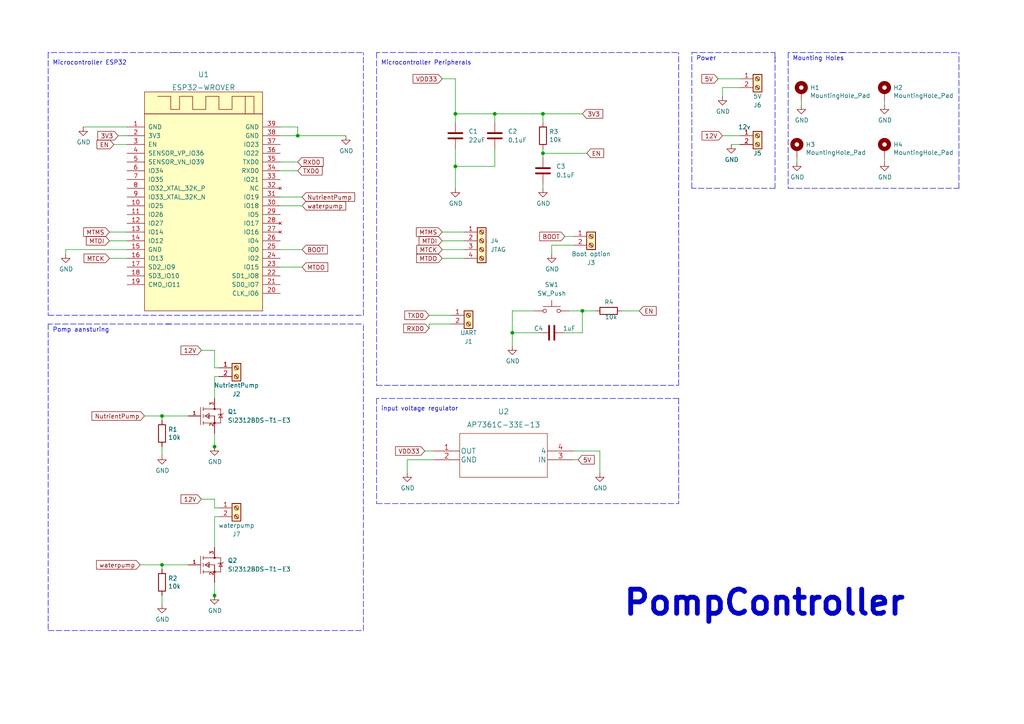
<source format=kicad_sch>
(kicad_sch (version 20211123) (generator eeschema)

  (uuid e63e39d7-6ac0-4ffd-8aa3-1841a4541b55)

  (paper "A4")

  (lib_symbols
    (symbol "2022-04-20_14-24-16:AP7361C-33E-13" (pin_names (offset 0.254)) (in_bom yes) (on_board yes)
      (property "Reference" "U" (id 0) (at 20.32 10.16 0)
        (effects (font (size 1.524 1.524)))
      )
      (property "Value" "AP7361C-33E-13" (id 1) (at 20.32 7.62 0)
        (effects (font (size 1.524 1.524)))
      )
      (property "Footprint" "SOT_C-33E-13_DIO" (id 2) (at 20.32 6.096 0)
        (effects (font (size 1.524 1.524)) hide)
      )
      (property "Datasheet" "" (id 3) (at 0 0 0)
        (effects (font (size 1.524 1.524)))
      )
      (property "ki_locked" "" (id 4) (at 0 0 0)
        (effects (font (size 1.27 1.27)))
      )
      (property "ki_fp_filters" "SOT_C-33E-13_DIO SOT_C-33E-13_DIO-M SOT_C-33E-13_DIO-L" (id 5) (at 0 0 0)
        (effects (font (size 1.27 1.27)) hide)
      )
      (symbol "AP7361C-33E-13_1_1"
        (polyline
          (pts
            (xy 7.62 -7.62)
            (xy 33.02 -7.62)
          )
          (stroke (width 0.127) (type default) (color 0 0 0 0))
          (fill (type none))
        )
        (polyline
          (pts
            (xy 7.62 5.08)
            (xy 7.62 -7.62)
          )
          (stroke (width 0.127) (type default) (color 0 0 0 0))
          (fill (type none))
        )
        (polyline
          (pts
            (xy 33.02 -7.62)
            (xy 33.02 5.08)
          )
          (stroke (width 0.127) (type default) (color 0 0 0 0))
          (fill (type none))
        )
        (polyline
          (pts
            (xy 33.02 5.08)
            (xy 7.62 5.08)
          )
          (stroke (width 0.127) (type default) (color 0 0 0 0))
          (fill (type none))
        )
        (pin output line (at 0 0 0) (length 7.62)
          (name "OUT" (effects (font (size 1.4986 1.4986))))
          (number "1" (effects (font (size 1.4986 1.4986))))
        )
        (pin power_in line (at 0 -2.54 0) (length 7.62)
          (name "GND" (effects (font (size 1.4986 1.4986))))
          (number "2" (effects (font (size 1.4986 1.4986))))
        )
        (pin unspecified line (at 40.64 -2.54 180) (length 7.62)
          (name "IN" (effects (font (size 1.4986 1.4986))))
          (number "3" (effects (font (size 1.4986 1.4986))))
        )
        (pin unspecified line (at 40.64 0 180) (length 7.62)
          (name "4" (effects (font (size 1.4986 1.4986))))
          (number "4" (effects (font (size 1.4986 1.4986))))
        )
      )
    )
    (symbol "Connector:Screw_Terminal_01x02" (pin_names (offset 1.016) hide) (in_bom yes) (on_board yes)
      (property "Reference" "J" (id 0) (at 0 2.54 0)
        (effects (font (size 1.27 1.27)))
      )
      (property "Value" "Screw_Terminal_01x02" (id 1) (at 0 -5.08 0)
        (effects (font (size 1.27 1.27)))
      )
      (property "Footprint" "" (id 2) (at 0 0 0)
        (effects (font (size 1.27 1.27)) hide)
      )
      (property "Datasheet" "~" (id 3) (at 0 0 0)
        (effects (font (size 1.27 1.27)) hide)
      )
      (property "ki_keywords" "screw terminal" (id 4) (at 0 0 0)
        (effects (font (size 1.27 1.27)) hide)
      )
      (property "ki_description" "Generic screw terminal, single row, 01x02, script generated (kicad-library-utils/schlib/autogen/connector/)" (id 5) (at 0 0 0)
        (effects (font (size 1.27 1.27)) hide)
      )
      (property "ki_fp_filters" "TerminalBlock*:*" (id 6) (at 0 0 0)
        (effects (font (size 1.27 1.27)) hide)
      )
      (symbol "Screw_Terminal_01x02_1_1"
        (rectangle (start -1.27 1.27) (end 1.27 -3.81)
          (stroke (width 0.254) (type default) (color 0 0 0 0))
          (fill (type background))
        )
        (circle (center 0 -2.54) (radius 0.635)
          (stroke (width 0.1524) (type default) (color 0 0 0 0))
          (fill (type none))
        )
        (polyline
          (pts
            (xy -0.5334 -2.2098)
            (xy 0.3302 -3.048)
          )
          (stroke (width 0.1524) (type default) (color 0 0 0 0))
          (fill (type none))
        )
        (polyline
          (pts
            (xy -0.5334 0.3302)
            (xy 0.3302 -0.508)
          )
          (stroke (width 0.1524) (type default) (color 0 0 0 0))
          (fill (type none))
        )
        (polyline
          (pts
            (xy -0.3556 -2.032)
            (xy 0.508 -2.8702)
          )
          (stroke (width 0.1524) (type default) (color 0 0 0 0))
          (fill (type none))
        )
        (polyline
          (pts
            (xy -0.3556 0.508)
            (xy 0.508 -0.3302)
          )
          (stroke (width 0.1524) (type default) (color 0 0 0 0))
          (fill (type none))
        )
        (circle (center 0 0) (radius 0.635)
          (stroke (width 0.1524) (type default) (color 0 0 0 0))
          (fill (type none))
        )
        (pin passive line (at -5.08 0 0) (length 3.81)
          (name "Pin_1" (effects (font (size 1.27 1.27))))
          (number "1" (effects (font (size 1.27 1.27))))
        )
        (pin passive line (at -5.08 -2.54 0) (length 3.81)
          (name "Pin_2" (effects (font (size 1.27 1.27))))
          (number "2" (effects (font (size 1.27 1.27))))
        )
      )
    )
    (symbol "Connector:Screw_Terminal_01x04" (pin_names (offset 1.016) hide) (in_bom yes) (on_board yes)
      (property "Reference" "J" (id 0) (at 0 5.08 0)
        (effects (font (size 1.27 1.27)))
      )
      (property "Value" "Screw_Terminal_01x04" (id 1) (at 0 -7.62 0)
        (effects (font (size 1.27 1.27)))
      )
      (property "Footprint" "" (id 2) (at 0 0 0)
        (effects (font (size 1.27 1.27)) hide)
      )
      (property "Datasheet" "~" (id 3) (at 0 0 0)
        (effects (font (size 1.27 1.27)) hide)
      )
      (property "ki_keywords" "screw terminal" (id 4) (at 0 0 0)
        (effects (font (size 1.27 1.27)) hide)
      )
      (property "ki_description" "Generic screw terminal, single row, 01x04, script generated (kicad-library-utils/schlib/autogen/connector/)" (id 5) (at 0 0 0)
        (effects (font (size 1.27 1.27)) hide)
      )
      (property "ki_fp_filters" "TerminalBlock*:*" (id 6) (at 0 0 0)
        (effects (font (size 1.27 1.27)) hide)
      )
      (symbol "Screw_Terminal_01x04_1_1"
        (rectangle (start -1.27 3.81) (end 1.27 -6.35)
          (stroke (width 0.254) (type default) (color 0 0 0 0))
          (fill (type background))
        )
        (circle (center 0 -5.08) (radius 0.635)
          (stroke (width 0.1524) (type default) (color 0 0 0 0))
          (fill (type none))
        )
        (circle (center 0 -2.54) (radius 0.635)
          (stroke (width 0.1524) (type default) (color 0 0 0 0))
          (fill (type none))
        )
        (polyline
          (pts
            (xy -0.5334 -4.7498)
            (xy 0.3302 -5.588)
          )
          (stroke (width 0.1524) (type default) (color 0 0 0 0))
          (fill (type none))
        )
        (polyline
          (pts
            (xy -0.5334 -2.2098)
            (xy 0.3302 -3.048)
          )
          (stroke (width 0.1524) (type default) (color 0 0 0 0))
          (fill (type none))
        )
        (polyline
          (pts
            (xy -0.5334 0.3302)
            (xy 0.3302 -0.508)
          )
          (stroke (width 0.1524) (type default) (color 0 0 0 0))
          (fill (type none))
        )
        (polyline
          (pts
            (xy -0.5334 2.8702)
            (xy 0.3302 2.032)
          )
          (stroke (width 0.1524) (type default) (color 0 0 0 0))
          (fill (type none))
        )
        (polyline
          (pts
            (xy -0.3556 -4.572)
            (xy 0.508 -5.4102)
          )
          (stroke (width 0.1524) (type default) (color 0 0 0 0))
          (fill (type none))
        )
        (polyline
          (pts
            (xy -0.3556 -2.032)
            (xy 0.508 -2.8702)
          )
          (stroke (width 0.1524) (type default) (color 0 0 0 0))
          (fill (type none))
        )
        (polyline
          (pts
            (xy -0.3556 0.508)
            (xy 0.508 -0.3302)
          )
          (stroke (width 0.1524) (type default) (color 0 0 0 0))
          (fill (type none))
        )
        (polyline
          (pts
            (xy -0.3556 3.048)
            (xy 0.508 2.2098)
          )
          (stroke (width 0.1524) (type default) (color 0 0 0 0))
          (fill (type none))
        )
        (circle (center 0 0) (radius 0.635)
          (stroke (width 0.1524) (type default) (color 0 0 0 0))
          (fill (type none))
        )
        (circle (center 0 2.54) (radius 0.635)
          (stroke (width 0.1524) (type default) (color 0 0 0 0))
          (fill (type none))
        )
        (pin passive line (at -5.08 2.54 0) (length 3.81)
          (name "Pin_1" (effects (font (size 1.27 1.27))))
          (number "1" (effects (font (size 1.27 1.27))))
        )
        (pin passive line (at -5.08 0 0) (length 3.81)
          (name "Pin_2" (effects (font (size 1.27 1.27))))
          (number "2" (effects (font (size 1.27 1.27))))
        )
        (pin passive line (at -5.08 -2.54 0) (length 3.81)
          (name "Pin_3" (effects (font (size 1.27 1.27))))
          (number "3" (effects (font (size 1.27 1.27))))
        )
        (pin passive line (at -5.08 -5.08 0) (length 3.81)
          (name "Pin_4" (effects (font (size 1.27 1.27))))
          (number "4" (effects (font (size 1.27 1.27))))
        )
      )
    )
    (symbol "Device:C" (pin_numbers hide) (pin_names (offset 0.254)) (in_bom yes) (on_board yes)
      (property "Reference" "C" (id 0) (at 0.635 2.54 0)
        (effects (font (size 1.27 1.27)) (justify left))
      )
      (property "Value" "C" (id 1) (at 0.635 -2.54 0)
        (effects (font (size 1.27 1.27)) (justify left))
      )
      (property "Footprint" "" (id 2) (at 0.9652 -3.81 0)
        (effects (font (size 1.27 1.27)) hide)
      )
      (property "Datasheet" "~" (id 3) (at 0 0 0)
        (effects (font (size 1.27 1.27)) hide)
      )
      (property "ki_keywords" "cap capacitor" (id 4) (at 0 0 0)
        (effects (font (size 1.27 1.27)) hide)
      )
      (property "ki_description" "Unpolarized capacitor" (id 5) (at 0 0 0)
        (effects (font (size 1.27 1.27)) hide)
      )
      (property "ki_fp_filters" "C_*" (id 6) (at 0 0 0)
        (effects (font (size 1.27 1.27)) hide)
      )
      (symbol "C_0_1"
        (polyline
          (pts
            (xy -2.032 -0.762)
            (xy 2.032 -0.762)
          )
          (stroke (width 0.508) (type default) (color 0 0 0 0))
          (fill (type none))
        )
        (polyline
          (pts
            (xy -2.032 0.762)
            (xy 2.032 0.762)
          )
          (stroke (width 0.508) (type default) (color 0 0 0 0))
          (fill (type none))
        )
      )
      (symbol "C_1_1"
        (pin passive line (at 0 3.81 270) (length 2.794)
          (name "~" (effects (font (size 1.27 1.27))))
          (number "1" (effects (font (size 1.27 1.27))))
        )
        (pin passive line (at 0 -3.81 90) (length 2.794)
          (name "~" (effects (font (size 1.27 1.27))))
          (number "2" (effects (font (size 1.27 1.27))))
        )
      )
    )
    (symbol "Device:R" (pin_numbers hide) (pin_names (offset 0)) (in_bom yes) (on_board yes)
      (property "Reference" "R" (id 0) (at 2.032 0 90)
        (effects (font (size 1.27 1.27)))
      )
      (property "Value" "R" (id 1) (at 0 0 90)
        (effects (font (size 1.27 1.27)))
      )
      (property "Footprint" "" (id 2) (at -1.778 0 90)
        (effects (font (size 1.27 1.27)) hide)
      )
      (property "Datasheet" "~" (id 3) (at 0 0 0)
        (effects (font (size 1.27 1.27)) hide)
      )
      (property "ki_keywords" "R res resistor" (id 4) (at 0 0 0)
        (effects (font (size 1.27 1.27)) hide)
      )
      (property "ki_description" "Resistor" (id 5) (at 0 0 0)
        (effects (font (size 1.27 1.27)) hide)
      )
      (property "ki_fp_filters" "R_*" (id 6) (at 0 0 0)
        (effects (font (size 1.27 1.27)) hide)
      )
      (symbol "R_0_1"
        (rectangle (start -1.016 -2.54) (end 1.016 2.54)
          (stroke (width 0.254) (type default) (color 0 0 0 0))
          (fill (type none))
        )
      )
      (symbol "R_1_1"
        (pin passive line (at 0 3.81 270) (length 1.27)
          (name "~" (effects (font (size 1.27 1.27))))
          (number "1" (effects (font (size 1.27 1.27))))
        )
        (pin passive line (at 0 -3.81 90) (length 1.27)
          (name "~" (effects (font (size 1.27 1.27))))
          (number "2" (effects (font (size 1.27 1.27))))
        )
      )
    )
    (symbol "Mechanical:MountingHole_Pad" (pin_numbers hide) (pin_names (offset 1.016) hide) (in_bom yes) (on_board yes)
      (property "Reference" "H" (id 0) (at 0 6.35 0)
        (effects (font (size 1.27 1.27)))
      )
      (property "Value" "MountingHole_Pad" (id 1) (at 0 4.445 0)
        (effects (font (size 1.27 1.27)))
      )
      (property "Footprint" "" (id 2) (at 0 0 0)
        (effects (font (size 1.27 1.27)) hide)
      )
      (property "Datasheet" "~" (id 3) (at 0 0 0)
        (effects (font (size 1.27 1.27)) hide)
      )
      (property "ki_keywords" "mounting hole" (id 4) (at 0 0 0)
        (effects (font (size 1.27 1.27)) hide)
      )
      (property "ki_description" "Mounting Hole with connection" (id 5) (at 0 0 0)
        (effects (font (size 1.27 1.27)) hide)
      )
      (property "ki_fp_filters" "MountingHole*Pad*" (id 6) (at 0 0 0)
        (effects (font (size 1.27 1.27)) hide)
      )
      (symbol "MountingHole_Pad_0_1"
        (circle (center 0 1.27) (radius 1.27)
          (stroke (width 1.27) (type default) (color 0 0 0 0))
          (fill (type none))
        )
      )
      (symbol "MountingHole_Pad_1_1"
        (pin input line (at 0 -2.54 90) (length 2.54)
          (name "1" (effects (font (size 1.27 1.27))))
          (number "1" (effects (font (size 1.27 1.27))))
        )
      )
    )
    (symbol "Switch:SW_Push" (pin_numbers hide) (pin_names (offset 1.016) hide) (in_bom yes) (on_board yes)
      (property "Reference" "SW" (id 0) (at 1.27 2.54 0)
        (effects (font (size 1.27 1.27)) (justify left))
      )
      (property "Value" "SW_Push" (id 1) (at 0 -1.524 0)
        (effects (font (size 1.27 1.27)))
      )
      (property "Footprint" "" (id 2) (at 0 5.08 0)
        (effects (font (size 1.27 1.27)) hide)
      )
      (property "Datasheet" "~" (id 3) (at 0 5.08 0)
        (effects (font (size 1.27 1.27)) hide)
      )
      (property "ki_keywords" "switch normally-open pushbutton push-button" (id 4) (at 0 0 0)
        (effects (font (size 1.27 1.27)) hide)
      )
      (property "ki_description" "Push button switch, generic, two pins" (id 5) (at 0 0 0)
        (effects (font (size 1.27 1.27)) hide)
      )
      (symbol "SW_Push_0_1"
        (circle (center -2.032 0) (radius 0.508)
          (stroke (width 0) (type default) (color 0 0 0 0))
          (fill (type none))
        )
        (polyline
          (pts
            (xy 0 1.27)
            (xy 0 3.048)
          )
          (stroke (width 0) (type default) (color 0 0 0 0))
          (fill (type none))
        )
        (polyline
          (pts
            (xy 2.54 1.27)
            (xy -2.54 1.27)
          )
          (stroke (width 0) (type default) (color 0 0 0 0))
          (fill (type none))
        )
        (circle (center 2.032 0) (radius 0.508)
          (stroke (width 0) (type default) (color 0 0 0 0))
          (fill (type none))
        )
        (pin passive line (at -5.08 0 0) (length 2.54)
          (name "1" (effects (font (size 1.27 1.27))))
          (number "1" (effects (font (size 1.27 1.27))))
        )
        (pin passive line (at 5.08 0 180) (length 2.54)
          (name "2" (effects (font (size 1.27 1.27))))
          (number "2" (effects (font (size 1.27 1.27))))
        )
      )
    )
    (symbol "eec:SI2312BDS-T1-E3" (pin_names (offset 1.016)) (in_bom yes) (on_board yes)
      (property "Reference" "Q" (id 0) (at 0 7.62 0)
        (effects (font (size 1.27 1.27)) (justify left))
      )
      (property "Value" "SI2312BDS-T1-E3" (id 1) (at 0 10.16 0)
        (effects (font (size 1.27 1.27)) (justify left))
      )
      (property "Footprint" "Vishay-SI2312BDS-T1-E3-*" (id 2) (at 0 12.7 0)
        (effects (font (size 1.27 1.27)) (justify left) hide)
      )
      (property "Datasheet" "https://upverter.com/datasheet/0c157f7e7be8b3f274f658ec76b91bd967b86e80.pdf" (id 3) (at 0 15.24 0)
        (effects (font (size 1.27 1.27)) (justify left) hide)
      )
      (property "category" "Trans" (id 4) (at 0 17.78 0)
        (effects (font (size 1.27 1.27)) (justify left) hide)
      )
      (property "digikey description" "MOSFET N-CH 20V 3.9A SOT23-3" (id 5) (at 0 20.32 0)
        (effects (font (size 1.27 1.27)) (justify left) hide)
      )
      (property "digikey part number" "SI2312BDS-T1-E3CT-ND" (id 6) (at 0 22.86 0)
        (effects (font (size 1.27 1.27)) (justify left) hide)
      )
      (property "lead free" "yes" (id 7) (at 0 25.4 0)
        (effects (font (size 1.27 1.27)) (justify left) hide)
      )
      (property "library id" "65094c45e8f35d09" (id 8) (at 0 27.94 0)
        (effects (font (size 1.27 1.27)) (justify left) hide)
      )
      (property "manufacturer" "Vishay" (id 9) (at 0 30.48 0)
        (effects (font (size 1.27 1.27)) (justify left) hide)
      )
      (property "mouser part number" "781-SI2312BDS-E3" (id 10) (at 0 33.02 0)
        (effects (font (size 1.27 1.27)) (justify left) hide)
      )
      (property "package" "SOT23-3" (id 11) (at 0 35.56 0)
        (effects (font (size 1.27 1.27)) (justify left) hide)
      )
      (property "rohs" "yes" (id 12) (at 0 38.1 0)
        (effects (font (size 1.27 1.27)) (justify left) hide)
      )
      (property "temperature range high" "+150°C" (id 13) (at 0 40.64 0)
        (effects (font (size 1.27 1.27)) (justify left) hide)
      )
      (property "temperature range low" "-55°C" (id 14) (at 0 43.18 0)
        (effects (font (size 1.27 1.27)) (justify left) hide)
      )
      (property "ki_locked" "" (id 15) (at 0 0 0)
        (effects (font (size 1.27 1.27)))
      )
      (property "ki_description" "SI2312BDS-T1-E3" (id 16) (at 0 0 0)
        (effects (font (size 1.27 1.27)) hide)
      )
      (symbol "SI2312BDS-T1-E3_1_1"
        (polyline
          (pts
            (xy 6.096 -2.54)
            (xy 6.096 2.54)
          )
          (stroke (width 0) (type default) (color 0 0 0 0))
          (fill (type none))
        )
        (polyline
          (pts
            (xy 6.858 -2.032)
            (xy 10.16 -2.032)
          )
          (stroke (width 0) (type default) (color 0 0 0 0))
          (fill (type none))
        )
        (polyline
          (pts
            (xy 6.858 -1.524)
            (xy 6.858 -2.54)
          )
          (stroke (width 0) (type default) (color 0 0 0 0))
          (fill (type none))
        )
        (polyline
          (pts
            (xy 6.858 0.508)
            (xy 6.858 -0.508)
          )
          (stroke (width 0) (type default) (color 0 0 0 0))
          (fill (type none))
        )
        (polyline
          (pts
            (xy 6.858 1.524)
            (xy 6.858 2.54)
          )
          (stroke (width 0) (type default) (color 0 0 0 0))
          (fill (type none))
        )
        (polyline
          (pts
            (xy 6.858 2.032)
            (xy 10.16 2.032)
          )
          (stroke (width 0) (type default) (color 0 0 0 0))
          (fill (type none))
        )
        (polyline
          (pts
            (xy 7.366 0)
            (xy 8.636 -0.762)
          )
          (stroke (width 0) (type default) (color 0 0 0 0))
          (fill (type none))
        )
        (polyline
          (pts
            (xy 7.366 0)
            (xy 8.636 0.762)
          )
          (stroke (width 0) (type default) (color 0 0 0 0))
          (fill (type none))
        )
        (polyline
          (pts
            (xy 7.62 0)
            (xy 10.16 0)
          )
          (stroke (width 0) (type default) (color 0 0 0 0))
          (fill (type none))
        )
        (polyline
          (pts
            (xy 8.382 0.254)
            (xy 8.382 -0.508)
          )
          (stroke (width 0) (type default) (color 0 0 0 0))
          (fill (type none))
        )
        (polyline
          (pts
            (xy 8.636 0.762)
            (xy 8.636 -0.762)
          )
          (stroke (width 0) (type default) (color 0 0 0 0))
          (fill (type none))
        )
        (polyline
          (pts
            (xy 10.16 -2.032)
            (xy 11.938 -2.032)
          )
          (stroke (width 0) (type default) (color 0 0 0 0))
          (fill (type none))
        )
        (polyline
          (pts
            (xy 11.43 -0.508)
            (xy 12.446 -0.508)
          )
          (stroke (width 0) (type default) (color 0 0 0 0))
          (fill (type none))
        )
        (polyline
          (pts
            (xy 11.43 0.508)
            (xy 11.176 0.254)
          )
          (stroke (width 0) (type default) (color 0 0 0 0))
          (fill (type none))
        )
        (polyline
          (pts
            (xy 11.938 -2.032)
            (xy 11.938 2.032)
          )
          (stroke (width 0) (type default) (color 0 0 0 0))
          (fill (type none))
        )
        (polyline
          (pts
            (xy 11.938 0.508)
            (xy 11.43 -0.508)
          )
          (stroke (width 0) (type default) (color 0 0 0 0))
          (fill (type none))
        )
        (polyline
          (pts
            (xy 11.938 0.508)
            (xy 11.43 0.508)
          )
          (stroke (width 0) (type default) (color 0 0 0 0))
          (fill (type none))
        )
        (polyline
          (pts
            (xy 11.938 0.508)
            (xy 12.446 0.508)
          )
          (stroke (width 0) (type default) (color 0 0 0 0))
          (fill (type none))
        )
        (polyline
          (pts
            (xy 11.938 2.032)
            (xy 10.16 2.032)
          )
          (stroke (width 0) (type default) (color 0 0 0 0))
          (fill (type none))
        )
        (polyline
          (pts
            (xy 12.446 -0.508)
            (xy 11.938 0.508)
          )
          (stroke (width 0) (type default) (color 0 0 0 0))
          (fill (type none))
        )
        (polyline
          (pts
            (xy 12.446 0.508)
            (xy 12.7 0.762)
          )
          (stroke (width 0) (type default) (color 0 0 0 0))
          (fill (type none))
        )
        (circle (center 10.16 -2.032) (radius 0.254)
          (stroke (width 0) (type default) (color 0 0 0 0))
          (fill (type none))
        )
        (circle (center 10.16 2.032) (radius 0.254)
          (stroke (width 0) (type default) (color 0 0 0 0))
          (fill (type none))
        )
        (pin unspecified line (at 2.54 0 0) (length 3.556)
          (name "G" (effects (font (size 0 0))))
          (number "1" (effects (font (size 1.016 1.016))))
        )
        (pin unspecified line (at 10.16 -5.08 90) (length 5.08)
          (name "S" (effects (font (size 0 0))))
          (number "2" (effects (font (size 1.016 1.016))))
        )
        (pin unspecified line (at 10.16 5.08 270) (length 3.048)
          (name "D" (effects (font (size 0 0))))
          (number "3" (effects (font (size 1.016 1.016))))
        )
      )
    )
    (symbol "esp32-wrover:ESP32-WROVER" (pin_names (offset 1.016)) (in_bom yes) (on_board yes)
      (property "Reference" "U" (id 0) (at -15.24 -33.02 0)
        (effects (font (size 1.524 1.524)))
      )
      (property "Value" "ESP32-WROVER" (id 1) (at 6.35 -33.02 0)
        (effects (font (size 1.524 1.524)))
      )
      (property "Footprint" "" (id 2) (at 11.43 -7.62 0)
        (effects (font (size 1.524 1.524)) hide)
      )
      (property "Datasheet" "" (id 3) (at 11.43 -7.62 0)
        (effects (font (size 1.524 1.524)) hide)
      )
      (symbol "ESP32-WROVER_0_1"
        (rectangle (start -17.78 22.86) (end 16.51 -34.29)
          (stroke (width 0) (type default) (color 0 0 0 0))
          (fill (type background))
        )
        (rectangle (start -17.78 29.21) (end 16.51 22.86)
          (stroke (width 0) (type default) (color 0 0 0 0))
          (fill (type background))
        )
        (polyline
          (pts
            (xy 11.43 27.94)
            (xy 13.97 27.94)
            (xy 13.97 22.86)
          )
          (stroke (width 0) (type default) (color 0 0 0 0))
          (fill (type none))
        )
        (polyline
          (pts
            (xy -13.97 27.94)
            (xy -10.16 27.94)
            (xy -10.16 24.13)
            (xy -7.62 24.13)
            (xy -7.62 27.94)
            (xy -3.81 27.94)
            (xy -3.81 24.13)
            (xy 0 24.13)
            (xy 0 27.94)
            (xy 3.81 27.94)
            (xy 3.81 24.13)
            (xy 7.62 24.13)
            (xy 7.62 27.94)
            (xy 11.43 27.94)
            (xy 11.43 22.86)
          )
          (stroke (width 0) (type default) (color 0 0 0 0))
          (fill (type none))
        )
      )
      (symbol "ESP32-WROVER_1_1"
        (pin power_in line (at -22.86 19.05 0) (length 5.08)
          (name "GND" (effects (font (size 1.27 1.27))))
          (number "1" (effects (font (size 1.27 1.27))))
        )
        (pin bidirectional line (at -22.86 -3.81 0) (length 5.08)
          (name "IO25" (effects (font (size 1.27 1.27))))
          (number "10" (effects (font (size 1.27 1.27))))
        )
        (pin bidirectional line (at -22.86 -6.35 0) (length 5.08)
          (name "IO26" (effects (font (size 1.27 1.27))))
          (number "11" (effects (font (size 1.27 1.27))))
        )
        (pin bidirectional line (at -22.86 -8.89 0) (length 5.08)
          (name "IO27" (effects (font (size 1.27 1.27))))
          (number "12" (effects (font (size 1.27 1.27))))
        )
        (pin bidirectional line (at -22.86 -11.43 0) (length 5.08)
          (name "IO14" (effects (font (size 1.27 1.27))))
          (number "13" (effects (font (size 1.27 1.27))))
        )
        (pin bidirectional line (at -22.86 -13.97 0) (length 5.08)
          (name "IO12" (effects (font (size 1.27 1.27))))
          (number "14" (effects (font (size 1.27 1.27))))
        )
        (pin power_in line (at -22.86 -16.51 0) (length 5.08)
          (name "GND" (effects (font (size 1.27 1.27))))
          (number "15" (effects (font (size 1.27 1.27))))
        )
        (pin bidirectional line (at -22.86 -19.05 0) (length 5.08)
          (name "IO13" (effects (font (size 1.27 1.27))))
          (number "16" (effects (font (size 1.27 1.27))))
        )
        (pin bidirectional line (at -22.86 -21.59 0) (length 5.08)
          (name "SD2_IO9" (effects (font (size 1.27 1.27))))
          (number "17" (effects (font (size 1.27 1.27))))
        )
        (pin bidirectional line (at -22.86 -24.13 0) (length 5.08)
          (name "SD3_IO10" (effects (font (size 1.27 1.27))))
          (number "18" (effects (font (size 1.27 1.27))))
        )
        (pin bidirectional line (at -22.86 -26.67 0) (length 5.08)
          (name "CMD_IO11" (effects (font (size 1.27 1.27))))
          (number "19" (effects (font (size 1.27 1.27))))
        )
        (pin power_in line (at -22.86 16.51 0) (length 5.08)
          (name "3V3" (effects (font (size 1.27 1.27))))
          (number "2" (effects (font (size 1.27 1.27))))
        )
        (pin bidirectional line (at 21.59 -29.21 180) (length 5.08)
          (name "CLK_IO6" (effects (font (size 1.27 1.27))))
          (number "20" (effects (font (size 1.27 1.27))))
        )
        (pin bidirectional line (at 21.59 -26.67 180) (length 5.08)
          (name "SD0_IO7" (effects (font (size 1.27 1.27))))
          (number "21" (effects (font (size 1.27 1.27))))
        )
        (pin bidirectional line (at 21.59 -24.13 180) (length 5.08)
          (name "SD1_IO8" (effects (font (size 1.27 1.27))))
          (number "22" (effects (font (size 1.27 1.27))))
        )
        (pin bidirectional line (at 21.59 -21.59 180) (length 5.08)
          (name "IO15" (effects (font (size 1.27 1.27))))
          (number "23" (effects (font (size 1.27 1.27))))
        )
        (pin bidirectional line (at 21.59 -19.05 180) (length 5.08)
          (name "IO2" (effects (font (size 1.27 1.27))))
          (number "24" (effects (font (size 1.27 1.27))))
        )
        (pin bidirectional line (at 21.59 -16.51 180) (length 5.08)
          (name "IO0" (effects (font (size 1.27 1.27))))
          (number "25" (effects (font (size 1.27 1.27))))
        )
        (pin bidirectional line (at 21.59 -13.97 180) (length 5.08)
          (name "IO4" (effects (font (size 1.27 1.27))))
          (number "26" (effects (font (size 1.27 1.27))))
        )
        (pin no_connect line (at 21.59 -11.43 180) (length 5.08)
          (name "IO16" (effects (font (size 1.27 1.27))))
          (number "27" (effects (font (size 1.27 1.27))))
        )
        (pin no_connect line (at 21.59 -8.89 180) (length 5.08)
          (name "IO17" (effects (font (size 1.27 1.27))))
          (number "28" (effects (font (size 1.27 1.27))))
        )
        (pin bidirectional line (at 21.59 -6.35 180) (length 5.08)
          (name "IO5" (effects (font (size 1.27 1.27))))
          (number "29" (effects (font (size 1.27 1.27))))
        )
        (pin input line (at -22.86 13.97 0) (length 5.08)
          (name "EN" (effects (font (size 1.27 1.27))))
          (number "3" (effects (font (size 1.27 1.27))))
        )
        (pin bidirectional line (at 21.59 -3.81 180) (length 5.08)
          (name "IO18" (effects (font (size 1.27 1.27))))
          (number "30" (effects (font (size 1.27 1.27))))
        )
        (pin bidirectional line (at 21.59 -1.27 180) (length 5.08)
          (name "IO19" (effects (font (size 1.27 1.27))))
          (number "31" (effects (font (size 1.27 1.27))))
        )
        (pin no_connect line (at 21.59 1.27 180) (length 5.08)
          (name "NC" (effects (font (size 1.27 1.27))))
          (number "32" (effects (font (size 1.27 1.27))))
        )
        (pin bidirectional line (at 21.59 3.81 180) (length 5.08)
          (name "IO21" (effects (font (size 1.27 1.27))))
          (number "33" (effects (font (size 1.27 1.27))))
        )
        (pin input line (at 21.59 6.35 180) (length 5.08)
          (name "RXD0" (effects (font (size 1.27 1.27))))
          (number "34" (effects (font (size 1.27 1.27))))
        )
        (pin output line (at 21.59 8.89 180) (length 5.08)
          (name "TXD0" (effects (font (size 1.27 1.27))))
          (number "35" (effects (font (size 1.27 1.27))))
        )
        (pin bidirectional line (at 21.59 11.43 180) (length 5.08)
          (name "IO22" (effects (font (size 1.27 1.27))))
          (number "36" (effects (font (size 1.27 1.27))))
        )
        (pin bidirectional line (at 21.59 13.97 180) (length 5.08)
          (name "IO23" (effects (font (size 1.27 1.27))))
          (number "37" (effects (font (size 1.27 1.27))))
        )
        (pin power_in line (at 21.59 16.51 180) (length 5.08)
          (name "GND" (effects (font (size 1.27 1.27))))
          (number "38" (effects (font (size 1.27 1.27))))
        )
        (pin power_in line (at 21.59 19.05 180) (length 5.08)
          (name "GND" (effects (font (size 1.27 1.27))))
          (number "39" (effects (font (size 1.27 1.27))))
        )
        (pin input line (at -22.86 11.43 0) (length 5.08)
          (name "SENSOR_VP_IO36" (effects (font (size 1.27 1.27))))
          (number "4" (effects (font (size 1.27 1.27))))
        )
        (pin input line (at -22.86 8.89 0) (length 5.08)
          (name "SENSOR_VN_IO39" (effects (font (size 1.27 1.27))))
          (number "5" (effects (font (size 1.27 1.27))))
        )
        (pin input line (at -22.86 6.35 0) (length 5.08)
          (name "IO34" (effects (font (size 1.27 1.27))))
          (number "6" (effects (font (size 1.27 1.27))))
        )
        (pin input line (at -22.86 3.81 0) (length 5.08)
          (name "IO35" (effects (font (size 1.27 1.27))))
          (number "7" (effects (font (size 1.27 1.27))))
        )
        (pin bidirectional line (at -22.86 1.27 0) (length 5.08)
          (name "IO32_XTAL_32K_P" (effects (font (size 1.27 1.27))))
          (number "8" (effects (font (size 1.27 1.27))))
        )
        (pin bidirectional line (at -22.86 -1.27 0) (length 5.08)
          (name "IO33_XTAL_32K_N" (effects (font (size 1.27 1.27))))
          (number "9" (effects (font (size 1.27 1.27))))
        )
      )
    )
    (symbol "power:GND" (power) (pin_names (offset 0)) (in_bom yes) (on_board yes)
      (property "Reference" "#PWR" (id 0) (at 0 -6.35 0)
        (effects (font (size 1.27 1.27)) hide)
      )
      (property "Value" "GND" (id 1) (at 0 -3.81 0)
        (effects (font (size 1.27 1.27)))
      )
      (property "Footprint" "" (id 2) (at 0 0 0)
        (effects (font (size 1.27 1.27)) hide)
      )
      (property "Datasheet" "" (id 3) (at 0 0 0)
        (effects (font (size 1.27 1.27)) hide)
      )
      (property "ki_keywords" "power-flag" (id 4) (at 0 0 0)
        (effects (font (size 1.27 1.27)) hide)
      )
      (property "ki_description" "Power symbol creates a global label with name \"GND\" , ground" (id 5) (at 0 0 0)
        (effects (font (size 1.27 1.27)) hide)
      )
      (symbol "GND_0_1"
        (polyline
          (pts
            (xy 0 0)
            (xy 0 -1.27)
            (xy 1.27 -1.27)
            (xy 0 -2.54)
            (xy -1.27 -1.27)
            (xy 0 -1.27)
          )
          (stroke (width 0) (type default) (color 0 0 0 0))
          (fill (type none))
        )
      )
      (symbol "GND_1_1"
        (pin power_in line (at 0 0 270) (length 0) hide
          (name "GND" (effects (font (size 1.27 1.27))))
          (number "1" (effects (font (size 1.27 1.27))))
        )
      )
    )
  )

  (junction (at 148.59 96.52) (diameter 0) (color 0 0 0 0)
    (uuid 082e219b-c59c-4f64-a731-7eac1d907a49)
  )
  (junction (at 46.99 120.65) (diameter 0) (color 0 0 0 0)
    (uuid 4787fb10-2b88-4a72-a096-4e8844cfb8a5)
  )
  (junction (at 62.23 129.54) (diameter 0) (color 0 0 0 0)
    (uuid 47d16ba4-3b48-4375-a7e8-df5e07d4b513)
  )
  (junction (at 46.99 163.83) (diameter 0) (color 0 0 0 0)
    (uuid 50fea55e-ef82-4267-9f23-d12a85e95641)
  )
  (junction (at 157.48 44.45) (diameter 0) (color 0 0 0 0)
    (uuid 69bc3f05-fc92-4de0-8649-ea9a4e400a6d)
  )
  (junction (at 132.08 33.02) (diameter 0) (color 0 0 0 0)
    (uuid 7d3cafbf-2794-404e-9146-c9c552f33c5e)
  )
  (junction (at 86.36 39.37) (diameter 0) (color 0 0 0 0)
    (uuid 8c78b401-d390-4536-877f-04a45880e93b)
  )
  (junction (at 143.51 33.02) (diameter 0) (color 0 0 0 0)
    (uuid ba8fde12-752e-40e4-b4fd-b90a9d0aa099)
  )
  (junction (at 132.08 48.26) (diameter 0) (color 0 0 0 0)
    (uuid e573c89f-48e1-4ec6-8c24-8ff7587adf9b)
  )
  (junction (at 62.23 172.72) (diameter 0) (color 0 0 0 0)
    (uuid ed918551-01c4-4e79-8534-967e08b7d7c9)
  )
  (junction (at 157.48 33.02) (diameter 0) (color 0 0 0 0)
    (uuid f766213c-c441-4a72-a385-e5b70d439583)
  )
  (junction (at 168.91 90.17) (diameter 0) (color 0 0 0 0)
    (uuid fe2cf1a5-82ab-4a82-a21d-330250ab6d11)
  )

  (wire (pts (xy 124.46 91.44) (xy 130.81 91.44))
    (stroke (width 0) (type default) (color 0 0 0 0))
    (uuid 050f840c-f145-4b9a-85fd-e5039c6b862c)
  )
  (wire (pts (xy 63.5 149.86) (xy 62.23 149.86))
    (stroke (width 0) (type default) (color 0 0 0 0))
    (uuid 07dd891f-9b97-4653-b99a-854fc7239a79)
  )
  (wire (pts (xy 165.1 90.17) (xy 168.91 90.17))
    (stroke (width 0) (type default) (color 0 0 0 0))
    (uuid 0ef628e9-994a-48c9-bb04-26ffe7bdb3ac)
  )
  (wire (pts (xy 143.51 43.18) (xy 143.51 48.26))
    (stroke (width 0) (type default) (color 0 0 0 0))
    (uuid 129dc80e-5f02-47a6-a758-4689159c99da)
  )
  (wire (pts (xy 209.55 25.4) (xy 209.55 27.94))
    (stroke (width 0) (type default) (color 0 0 0 0))
    (uuid 14c969c5-0321-480c-bcdd-b3e83e0967bc)
  )
  (wire (pts (xy 166.37 133.35) (xy 167.64 133.35))
    (stroke (width 0) (type default) (color 0 0 0 0))
    (uuid 1798f9bb-ce3e-4847-828c-46c5d2f0014b)
  )
  (polyline (pts (xy 200.66 15.24) (xy 224.79 15.24))
    (stroke (width 0) (type default) (color 0 0 0 0))
    (uuid 1ed391f8-5c53-4dc3-a978-ee8dfdeb0176)
  )
  (polyline (pts (xy 50.8 15.24) (xy 105.41 15.24))
    (stroke (width 0) (type default) (color 0 0 0 0))
    (uuid 1f54875b-4673-4493-bafb-e0ba5dc58038)
  )
  (polyline (pts (xy 105.41 182.88) (xy 105.41 93.98))
    (stroke (width 0) (type default) (color 0 0 0 0))
    (uuid 1f733bbe-7d73-46c8-b4ea-2ccc6df76ebe)
  )

  (wire (pts (xy 128.27 69.85) (xy 134.62 69.85))
    (stroke (width 0) (type default) (color 0 0 0 0))
    (uuid 1fe70f51-b4ba-4483-88ac-fbb89957e114)
  )
  (wire (pts (xy 19.05 72.39) (xy 19.05 73.66))
    (stroke (width 0) (type default) (color 0 0 0 0))
    (uuid 2052ac2f-a544-4fec-817f-f8a780b545e3)
  )
  (wire (pts (xy 62.23 168.91) (xy 62.23 172.72))
    (stroke (width 0) (type default) (color 0 0 0 0))
    (uuid 205c430f-e9f6-44fe-8c6a-b622fc665385)
  )
  (polyline (pts (xy 245.11 15.24) (xy 228.6 15.24))
    (stroke (width 0) (type default) (color 0 0 0 0))
    (uuid 2123b45d-4e65-4b35-abdd-340915476f9a)
  )

  (wire (pts (xy 46.99 121.92) (xy 46.99 120.65))
    (stroke (width 0) (type default) (color 0 0 0 0))
    (uuid 2157b8d5-93dd-4eff-b202-f71de6169c49)
  )
  (wire (pts (xy 46.99 163.83) (xy 54.61 163.83))
    (stroke (width 0) (type default) (color 0 0 0 0))
    (uuid 23a6f206-07c9-4300-a6fd-867da4e09053)
  )
  (wire (pts (xy 128.27 22.86) (xy 132.08 22.86))
    (stroke (width 0) (type default) (color 0 0 0 0))
    (uuid 250874ae-f116-4567-a828-b09a92ecfc6d)
  )
  (wire (pts (xy 256.54 46.99) (xy 256.54 45.72))
    (stroke (width 0) (type default) (color 0 0 0 0))
    (uuid 262f2548-7307-452f-adc0-f9fa4f3a06de)
  )
  (wire (pts (xy 58.42 101.6) (xy 62.23 101.6))
    (stroke (width 0) (type default) (color 0 0 0 0))
    (uuid 27ee2456-da9a-4c49-b152-9639f3692aea)
  )
  (wire (pts (xy 31.75 74.93) (xy 36.83 74.93))
    (stroke (width 0) (type default) (color 0 0 0 0))
    (uuid 2937fe95-337e-41c4-9e8d-2e3e39437f3c)
  )
  (wire (pts (xy 212.09 41.91) (xy 214.63 41.91))
    (stroke (width 0) (type default) (color 0 0 0 0))
    (uuid 29726f12-51dd-46dd-b828-0f4093755823)
  )
  (wire (pts (xy 157.48 33.02) (xy 157.48 35.56))
    (stroke (width 0) (type default) (color 0 0 0 0))
    (uuid 29e95d06-fbd4-4d1a-9ad1-7a60bc931c54)
  )
  (wire (pts (xy 62.23 147.32) (xy 63.5 147.32))
    (stroke (width 0) (type default) (color 0 0 0 0))
    (uuid 2abf9bd9-2e75-4bc7-9218-8b355c67c085)
  )
  (polyline (pts (xy 119.38 15.24) (xy 109.22 15.24))
    (stroke (width 0) (type default) (color 0 0 0 0))
    (uuid 2cfb4f4d-e97c-4b89-a90f-f3f2bd90e8e0)
  )

  (wire (pts (xy 168.91 90.17) (xy 172.72 90.17))
    (stroke (width 0) (type default) (color 0 0 0 0))
    (uuid 32b79d71-e815-49d3-bf57-cfd1732f689e)
  )
  (polyline (pts (xy 48.26 93.98) (xy 105.41 93.98))
    (stroke (width 0) (type default) (color 0 0 0 0))
    (uuid 338fccf6-6ab7-4d79-bd79-89af0f402f7d)
  )
  (polyline (pts (xy 200.66 54.61) (xy 200.66 15.24))
    (stroke (width 0) (type default) (color 0 0 0 0))
    (uuid 36ef9363-07a2-496f-999c-37d105c20762)
  )

  (wire (pts (xy 62.23 149.86) (xy 62.23 158.75))
    (stroke (width 0) (type default) (color 0 0 0 0))
    (uuid 38471577-701a-4bf2-934b-75b2b984b254)
  )
  (polyline (pts (xy 224.79 16.51) (xy 224.79 54.61))
    (stroke (width 0) (type default) (color 0 0 0 0))
    (uuid 3ca39b35-f0e3-4a5e-b2d0-eae42e718118)
  )

  (wire (pts (xy 86.36 36.83) (xy 86.36 39.37))
    (stroke (width 0) (type default) (color 0 0 0 0))
    (uuid 3cebbfe7-b657-4eb9-8c9e-98ec41785609)
  )
  (polyline (pts (xy 119.38 15.24) (xy 196.85 15.24))
    (stroke (width 0) (type default) (color 0 0 0 0))
    (uuid 3f86a1fa-adc9-448f-a6b0-48ec557e0d84)
  )

  (wire (pts (xy 148.59 96.52) (xy 148.59 90.17))
    (stroke (width 0) (type default) (color 0 0 0 0))
    (uuid 40ed909e-5fb6-4610-a3b4-d11778c94a94)
  )
  (wire (pts (xy 86.36 39.37) (xy 100.33 39.37))
    (stroke (width 0) (type default) (color 0 0 0 0))
    (uuid 44b104cd-8c4a-471e-85f3-eec5904c4215)
  )
  (wire (pts (xy 214.63 25.4) (xy 209.55 25.4))
    (stroke (width 0) (type default) (color 0 0 0 0))
    (uuid 480e2c3c-066e-4d9c-b332-95ef6c2e227c)
  )
  (polyline (pts (xy 243.84 15.24) (xy 278.13 15.24))
    (stroke (width 0) (type default) (color 0 0 0 0))
    (uuid 48a28d17-a251-424e-92d5-caeb5778fe3e)
  )

  (wire (pts (xy 130.81 93.98) (xy 124.46 93.98))
    (stroke (width 0) (type default) (color 0 0 0 0))
    (uuid 49633537-6056-46f1-9680-37623880ffa8)
  )
  (polyline (pts (xy 13.97 15.24) (xy 13.97 91.44))
    (stroke (width 0) (type default) (color 0 0 0 0))
    (uuid 4a11f20c-d5b5-4b22-9c6b-47ff23614851)
  )

  (wire (pts (xy 157.48 44.45) (xy 170.18 44.45))
    (stroke (width 0) (type default) (color 0 0 0 0))
    (uuid 4a49a3a5-3a48-40ee-b071-f3ffa21bfed5)
  )
  (wire (pts (xy 118.11 133.35) (xy 118.11 137.16))
    (stroke (width 0) (type default) (color 0 0 0 0))
    (uuid 4ca798d8-baaa-4754-b219-41d90c18cf07)
  )
  (wire (pts (xy 168.91 96.52) (xy 168.91 90.17))
    (stroke (width 0) (type default) (color 0 0 0 0))
    (uuid 4dbc633b-9438-46e6-9d05-821b87388773)
  )
  (wire (pts (xy 62.23 129.54) (xy 62.23 130.81))
    (stroke (width 0) (type default) (color 0 0 0 0))
    (uuid 4e87dee7-cced-4013-9358-7afdba1d7e78)
  )
  (wire (pts (xy 132.08 48.26) (xy 132.08 54.61))
    (stroke (width 0) (type default) (color 0 0 0 0))
    (uuid 4fa69043-68a5-43ee-8e59-e0c7a8e7dd87)
  )
  (polyline (pts (xy 105.41 91.44) (xy 105.41 15.24))
    (stroke (width 0) (type default) (color 0 0 0 0))
    (uuid 50a0a65f-81e4-44c3-9fc3-ea109b7c9810)
  )

  (wire (pts (xy 128.27 67.31) (xy 134.62 67.31))
    (stroke (width 0) (type default) (color 0 0 0 0))
    (uuid 5356dc10-c1e3-4bcb-be61-e25550786997)
  )
  (wire (pts (xy 31.75 67.31) (xy 36.83 67.31))
    (stroke (width 0) (type default) (color 0 0 0 0))
    (uuid 56dcb270-2c81-47d8-bf06-06edb4ceeeb5)
  )
  (wire (pts (xy 86.36 46.99) (xy 81.28 46.99))
    (stroke (width 0) (type default) (color 0 0 0 0))
    (uuid 57606de9-fe55-49fc-b750-849975ce2bda)
  )
  (wire (pts (xy 124.46 93.98) (xy 124.46 95.25))
    (stroke (width 0) (type default) (color 0 0 0 0))
    (uuid 585a225b-481f-4ca2-b6de-725a39cb0208)
  )
  (wire (pts (xy 180.34 90.17) (xy 185.42 90.17))
    (stroke (width 0) (type default) (color 0 0 0 0))
    (uuid 588bb5c2-0c0a-46e8-b786-fd63434ad1c0)
  )
  (wire (pts (xy 208.28 22.86) (xy 214.63 22.86))
    (stroke (width 0) (type default) (color 0 0 0 0))
    (uuid 5d1bd74e-b3e2-46c1-9e83-7242009e9f9a)
  )
  (wire (pts (xy 157.48 53.34) (xy 157.48 54.61))
    (stroke (width 0) (type default) (color 0 0 0 0))
    (uuid 5e6c18da-a0d6-4304-b3bf-81b501e8c947)
  )
  (wire (pts (xy 123.19 130.81) (xy 125.73 130.81))
    (stroke (width 0) (type default) (color 0 0 0 0))
    (uuid 605077ed-c1c2-4589-aa4f-09e859fd142f)
  )
  (wire (pts (xy 34.29 39.37) (xy 36.83 39.37))
    (stroke (width 0) (type default) (color 0 0 0 0))
    (uuid 614c6228-8e2e-4c63-ad8e-8baf9f55e189)
  )
  (polyline (pts (xy 109.22 115.57) (xy 109.22 146.05))
    (stroke (width 0) (type default) (color 0 0 0 0))
    (uuid 6430611e-3294-47fd-907d-61c3bdf4791a)
  )

  (wire (pts (xy 132.08 33.02) (xy 143.51 33.02))
    (stroke (width 0) (type default) (color 0 0 0 0))
    (uuid 658875af-0b89-4455-b254-d0752724e1ed)
  )
  (wire (pts (xy 81.28 36.83) (xy 86.36 36.83))
    (stroke (width 0) (type default) (color 0 0 0 0))
    (uuid 66ce7d49-ec41-4a22-ad06-6daa78e74f63)
  )
  (polyline (pts (xy 50.8 15.24) (xy 13.97 15.24))
    (stroke (width 0) (type default) (color 0 0 0 0))
    (uuid 6d44255a-ac95-48bf-b557-d0072e743a9a)
  )
  (polyline (pts (xy 228.6 15.24) (xy 228.6 54.61))
    (stroke (width 0) (type default) (color 0 0 0 0))
    (uuid 6f4f1765-3311-4889-ab2c-5f4e38528064)
  )
  (polyline (pts (xy 228.6 54.61) (xy 278.13 54.61))
    (stroke (width 0) (type default) (color 0 0 0 0))
    (uuid 7038e975-50d7-49f0-a214-d898fb9a3ab4)
  )
  (polyline (pts (xy 196.85 115.57) (xy 109.22 115.57))
    (stroke (width 0) (type default) (color 0 0 0 0))
    (uuid 7141bea8-0d09-4438-96f4-cb03a90506c5)
  )

  (wire (pts (xy 231.14 46.99) (xy 231.14 45.72))
    (stroke (width 0) (type default) (color 0 0 0 0))
    (uuid 79200069-5be0-42e4-b0f4-176fce198a86)
  )
  (wire (pts (xy 209.55 39.37) (xy 214.63 39.37))
    (stroke (width 0) (type default) (color 0 0 0 0))
    (uuid 7c168265-fe74-4b44-af22-38296c8de1ab)
  )
  (wire (pts (xy 148.59 90.17) (xy 154.94 90.17))
    (stroke (width 0) (type default) (color 0 0 0 0))
    (uuid 7ebec2bd-a124-458b-92a4-9d7bf45f0c35)
  )
  (wire (pts (xy 173.99 137.16) (xy 173.99 130.81))
    (stroke (width 0) (type default) (color 0 0 0 0))
    (uuid 7f696859-6342-4cbd-8e10-872cd59839b1)
  )
  (wire (pts (xy 256.54 30.48) (xy 256.54 29.21))
    (stroke (width 0) (type default) (color 0 0 0 0))
    (uuid 80dd68ce-19f1-43e0-b3ab-1ab0c515cbd3)
  )
  (wire (pts (xy 128.27 74.93) (xy 134.62 74.93))
    (stroke (width 0) (type default) (color 0 0 0 0))
    (uuid 8122d94f-a86b-4edf-83c5-3887cc784a4f)
  )
  (wire (pts (xy 46.99 129.54) (xy 46.99 132.08))
    (stroke (width 0) (type default) (color 0 0 0 0))
    (uuid 845ba2ad-3ed5-47c4-aa0c-6c146b7152e0)
  )
  (wire (pts (xy 166.37 71.12) (xy 160.02 71.12))
    (stroke (width 0) (type default) (color 0 0 0 0))
    (uuid 87a74201-24db-45fa-ab1e-33e653edd94a)
  )
  (wire (pts (xy 81.28 59.69) (xy 87.63 59.69))
    (stroke (width 0) (type default) (color 0 0 0 0))
    (uuid 8855a6dd-0db2-4ba2-9b4a-8eca976dcd18)
  )
  (wire (pts (xy 173.99 130.81) (xy 166.37 130.81))
    (stroke (width 0) (type default) (color 0 0 0 0))
    (uuid 8d0268d7-9594-473f-a8d1-0c603e7306b6)
  )
  (polyline (pts (xy 109.22 111.76) (xy 196.85 111.76))
    (stroke (width 0) (type default) (color 0 0 0 0))
    (uuid 8e166499-4140-4a2f-9352-925b202b2d16)
  )

  (wire (pts (xy 118.11 133.35) (xy 125.73 133.35))
    (stroke (width 0) (type default) (color 0 0 0 0))
    (uuid 8eda34cb-dcb7-42fb-a08d-34ad3e02d0f4)
  )
  (wire (pts (xy 33.02 41.91) (xy 36.83 41.91))
    (stroke (width 0) (type default) (color 0 0 0 0))
    (uuid 8f174316-a27b-4718-8178-80917c584b62)
  )
  (wire (pts (xy 81.28 57.15) (xy 87.63 57.15))
    (stroke (width 0) (type default) (color 0 0 0 0))
    (uuid 91e377d0-8e8e-4569-a6b9-b1bcb4b9f93c)
  )
  (wire (pts (xy 81.28 77.47) (xy 87.63 77.47))
    (stroke (width 0) (type default) (color 0 0 0 0))
    (uuid 942b50fc-dadc-4c0e-a976-a26dce1bd4b1)
  )
  (wire (pts (xy 36.83 72.39) (xy 19.05 72.39))
    (stroke (width 0) (type default) (color 0 0 0 0))
    (uuid 962cf56f-38c3-4edd-8f37-30a4eccb0dff)
  )
  (wire (pts (xy 40.64 163.83) (xy 46.99 163.83))
    (stroke (width 0) (type default) (color 0 0 0 0))
    (uuid 976b6487-6a62-42cc-a352-446a06782d1a)
  )
  (wire (pts (xy 62.23 125.73) (xy 62.23 129.54))
    (stroke (width 0) (type default) (color 0 0 0 0))
    (uuid 99d2799b-3fc1-45e8-8083-a57152ce199b)
  )
  (wire (pts (xy 157.48 43.18) (xy 157.48 44.45))
    (stroke (width 0) (type default) (color 0 0 0 0))
    (uuid 9b0f7a93-92a4-44fa-a571-9ae07e234f72)
  )
  (wire (pts (xy 24.13 36.83) (xy 36.83 36.83))
    (stroke (width 0) (type default) (color 0 0 0 0))
    (uuid 9ee0bb9c-29cf-47b7-8b1d-0742e8c0cc39)
  )
  (polyline (pts (xy 224.79 54.61) (xy 200.66 54.61))
    (stroke (width 0) (type default) (color 0 0 0 0))
    (uuid a16e5b04-0bbd-4b95-8920-0af52178cf5c)
  )

  (wire (pts (xy 62.23 144.78) (xy 62.23 147.32))
    (stroke (width 0) (type default) (color 0 0 0 0))
    (uuid a37c6672-eb78-4b81-a1e6-97757587900b)
  )
  (polyline (pts (xy 224.79 15.24) (xy 224.79 17.78))
    (stroke (width 0) (type default) (color 0 0 0 0))
    (uuid a4ecf07f-67fc-4807-ad3f-ba34628a6c35)
  )
  (polyline (pts (xy 196.85 115.57) (xy 196.85 146.05))
    (stroke (width 0) (type default) (color 0 0 0 0))
    (uuid a5eda3e3-2cc3-4b03-8c7a-6e8b2b01fe4e)
  )

  (wire (pts (xy 46.99 165.1) (xy 46.99 163.83))
    (stroke (width 0) (type default) (color 0 0 0 0))
    (uuid a666061c-807e-40ca-b414-2a4473e1c683)
  )
  (wire (pts (xy 46.99 172.72) (xy 46.99 175.26))
    (stroke (width 0) (type default) (color 0 0 0 0))
    (uuid a689b527-c382-4304-b4a8-d897758e49b2)
  )
  (wire (pts (xy 163.83 96.52) (xy 168.91 96.52))
    (stroke (width 0) (type default) (color 0 0 0 0))
    (uuid a6eefff4-7821-473f-90d5-a6c30497adb1)
  )
  (polyline (pts (xy 278.13 54.61) (xy 278.13 15.24))
    (stroke (width 0) (type default) (color 0 0 0 0))
    (uuid a733f5a5-0da6-4c95-bcdc-cc558343dba5)
  )

  (wire (pts (xy 232.41 30.48) (xy 232.41 29.21))
    (stroke (width 0) (type default) (color 0 0 0 0))
    (uuid a7acf19a-b646-4516-930d-cc3a712cfb93)
  )
  (wire (pts (xy 143.51 33.02) (xy 157.48 33.02))
    (stroke (width 0) (type default) (color 0 0 0 0))
    (uuid a930a3bb-4b2d-4431-bec0-bf8e9d11389c)
  )
  (polyline (pts (xy 49.53 93.98) (xy 13.97 93.98))
    (stroke (width 0) (type default) (color 0 0 0 0))
    (uuid acc8a8dd-228e-45b4-8a95-50ce49676bb5)
  )

  (wire (pts (xy 63.5 109.22) (xy 62.23 109.22))
    (stroke (width 0) (type default) (color 0 0 0 0))
    (uuid b2558af2-c48d-490b-8998-853db1862ac7)
  )
  (wire (pts (xy 132.08 48.26) (xy 143.51 48.26))
    (stroke (width 0) (type default) (color 0 0 0 0))
    (uuid b3b0361a-fab8-4c96-992b-bdb2d0b33d7e)
  )
  (wire (pts (xy 31.75 69.85) (xy 36.83 69.85))
    (stroke (width 0) (type default) (color 0 0 0 0))
    (uuid b53225b9-aa77-484b-b24d-ea79c0bb7ebb)
  )
  (wire (pts (xy 81.28 39.37) (xy 86.36 39.37))
    (stroke (width 0) (type default) (color 0 0 0 0))
    (uuid b6f3bc6f-6622-4126-8219-4f461fa6097b)
  )
  (wire (pts (xy 132.08 33.02) (xy 132.08 35.56))
    (stroke (width 0) (type default) (color 0 0 0 0))
    (uuid b707dbb7-4a12-49c5-b533-aefbc3ca4da3)
  )
  (polyline (pts (xy 196.85 111.76) (xy 196.85 15.24))
    (stroke (width 0) (type default) (color 0 0 0 0))
    (uuid b7ea09d6-5d14-4de6-ac11-070e7ab1b1a3)
  )

  (wire (pts (xy 62.23 101.6) (xy 62.23 106.68))
    (stroke (width 0) (type default) (color 0 0 0 0))
    (uuid b7f09c08-b8fd-4e4a-806c-54c1bc66a51e)
  )
  (polyline (pts (xy 13.97 91.44) (xy 105.41 91.44))
    (stroke (width 0) (type default) (color 0 0 0 0))
    (uuid c3d8f2c3-34f2-4530-b590-6c9a7e31fc28)
  )

  (wire (pts (xy 132.08 22.86) (xy 132.08 33.02))
    (stroke (width 0) (type default) (color 0 0 0 0))
    (uuid c6b3beee-80fc-427f-87fd-86481bc7f6dc)
  )
  (wire (pts (xy 128.27 72.39) (xy 134.62 72.39))
    (stroke (width 0) (type default) (color 0 0 0 0))
    (uuid ca028e43-56e1-49f5-bf1c-f6fd8ac045b8)
  )
  (wire (pts (xy 157.48 33.02) (xy 168.91 33.02))
    (stroke (width 0) (type default) (color 0 0 0 0))
    (uuid d239de5b-c207-44a4-963c-3b122216511a)
  )
  (polyline (pts (xy 109.22 146.05) (xy 196.85 146.05))
    (stroke (width 0) (type default) (color 0 0 0 0))
    (uuid d2f9e6f6-37a4-4891-921c-584488961e13)
  )

  (wire (pts (xy 41.91 120.65) (xy 46.99 120.65))
    (stroke (width 0) (type default) (color 0 0 0 0))
    (uuid d76f6dfd-2cbf-4814-9726-2691c93e7bc0)
  )
  (wire (pts (xy 46.99 120.65) (xy 54.61 120.65))
    (stroke (width 0) (type default) (color 0 0 0 0))
    (uuid d9ab5ad1-cc77-435c-83c8-74732f852307)
  )
  (wire (pts (xy 86.36 49.53) (xy 81.28 49.53))
    (stroke (width 0) (type default) (color 0 0 0 0))
    (uuid d9bb8552-52c3-47d4-87e0-b5f8a01b0585)
  )
  (polyline (pts (xy 13.97 93.98) (xy 13.97 182.88))
    (stroke (width 0) (type default) (color 0 0 0 0))
    (uuid daf36698-fd8b-492c-b436-f18a72c0ea0a)
  )

  (wire (pts (xy 132.08 43.18) (xy 132.08 48.26))
    (stroke (width 0) (type default) (color 0 0 0 0))
    (uuid def26aab-f730-4b84-9687-1b228353c827)
  )
  (polyline (pts (xy 109.22 15.24) (xy 109.22 111.76))
    (stroke (width 0) (type default) (color 0 0 0 0))
    (uuid dfadfd81-e9f3-4196-b9ae-5edcf5f0f59c)
  )

  (wire (pts (xy 62.23 109.22) (xy 62.23 115.57))
    (stroke (width 0) (type default) (color 0 0 0 0))
    (uuid e0416794-ef64-4325-852c-5630a438daf0)
  )
  (wire (pts (xy 143.51 33.02) (xy 143.51 35.56))
    (stroke (width 0) (type default) (color 0 0 0 0))
    (uuid e4447019-cc1b-46a3-925a-8d87bf9cc7bc)
  )
  (wire (pts (xy 160.02 71.12) (xy 160.02 73.66))
    (stroke (width 0) (type default) (color 0 0 0 0))
    (uuid eb1fe18a-157a-4d6c-948b-f254765238e9)
  )
  (wire (pts (xy 163.83 68.58) (xy 166.37 68.58))
    (stroke (width 0) (type default) (color 0 0 0 0))
    (uuid ecec971f-8f57-4aa8-ab79-9a30e3086ec9)
  )
  (wire (pts (xy 148.59 100.33) (xy 148.59 96.52))
    (stroke (width 0) (type default) (color 0 0 0 0))
    (uuid ecf6db1f-dbff-4eae-832d-68bdd11c733a)
  )
  (polyline (pts (xy 13.97 182.88) (xy 105.41 182.88))
    (stroke (width 0) (type default) (color 0 0 0 0))
    (uuid f2285413-d3fd-4a69-a120-86f9b4861ca2)
  )

  (wire (pts (xy 62.23 172.72) (xy 62.23 173.99))
    (stroke (width 0) (type default) (color 0 0 0 0))
    (uuid f77288c6-4770-4021-ac09-9d7db49a4681)
  )
  (wire (pts (xy 87.63 72.39) (xy 81.28 72.39))
    (stroke (width 0) (type default) (color 0 0 0 0))
    (uuid f868d97c-e220-4a91-b18e-05d2be49f883)
  )
  (wire (pts (xy 148.59 96.52) (xy 156.21 96.52))
    (stroke (width 0) (type default) (color 0 0 0 0))
    (uuid f88d76d5-0155-4ad5-89e0-172fdf33f515)
  )
  (wire (pts (xy 58.42 144.78) (xy 62.23 144.78))
    (stroke (width 0) (type default) (color 0 0 0 0))
    (uuid f8ce1757-caa1-447e-8c78-164d657ff23c)
  )
  (wire (pts (xy 157.48 44.45) (xy 157.48 45.72))
    (stroke (width 0) (type default) (color 0 0 0 0))
    (uuid fb70a959-c07a-40e5-a513-0c36f9da49e6)
  )
  (wire (pts (xy 62.23 106.68) (xy 63.5 106.68))
    (stroke (width 0) (type default) (color 0 0 0 0))
    (uuid fc6a739c-bfd5-4bd6-8b8e-ca54452243d3)
  )

  (text "PompController\n" (at 180.34 179.07 0)
    (effects (font (size 7 7) (thickness 1.4) bold) (justify left bottom))
    (uuid 175aa306-d3b1-4052-8161-7a2167ff9142)
  )
  (text "Microcontroller Peripherals" (at 110.49 19.05 0)
    (effects (font (size 1.27 1.27)) (justify left bottom))
    (uuid 1ca30530-f7e6-43ca-a36b-e13bb27f8f2e)
  )
  (text "Microcontroller ESP32" (at 15.24 19.05 0)
    (effects (font (size 1.27 1.27)) (justify left bottom))
    (uuid 601b1d87-45da-47f5-a40c-5f5a28adca03)
  )
  (text "Mounting Holes" (at 229.87 17.78 0)
    (effects (font (size 1.27 1.27)) (justify left bottom))
    (uuid 778600c0-f49b-4d1c-a9d1-ca317d9dc5d9)
  )
  (text "Pomp aansturing" (at 15.24 96.52 0)
    (effects (font (size 1.27 1.27)) (justify left bottom))
    (uuid 85571746-b3dc-48c9-a458-3cb0345534f1)
  )
  (text "Power" (at 201.93 17.78 0)
    (effects (font (size 1.27 1.27)) (justify left bottom))
    (uuid a07cf2b9-4bf7-41b7-9857-ffcb8c34339b)
  )
  (text "input voltage regulator\n" (at 110.49 119.38 0)
    (effects (font (size 1.27 1.27)) (justify left bottom))
    (uuid f1c88048-c3df-45e9-afe4-0e88bdd71c39)
  )

  (global_label "MTMS" (shape input) (at 31.75 67.31 180) (fields_autoplaced)
    (effects (font (size 1.27 1.27)) (justify right))
    (uuid 11edc529-b727-46ef-8a95-29e083ca2c2b)
    (property "Intersheet References" "${INTERSHEET_REFS}" (id 0) (at 24.2569 67.2306 0)
      (effects (font (size 1.27 1.27)) (justify right) hide)
    )
  )
  (global_label "BOOT" (shape input) (at 87.63 72.39 0) (fields_autoplaced)
    (effects (font (size 1.27 1.27)) (justify left))
    (uuid 1241ad43-e42e-40e4-bd43-87824527ef23)
    (property "Intersheet References" "${INTERSHEET_REFS}" (id 0) (at 94.9417 72.3106 0)
      (effects (font (size 1.27 1.27)) (justify left) hide)
    )
  )
  (global_label "NutrientPump" (shape input) (at 41.91 120.65 180) (fields_autoplaced)
    (effects (font (size 1.27 1.27)) (justify right))
    (uuid 1ddc3a14-e473-4517-b2d0-3d036ec5c45c)
    (property "Intersheet References" "${INTERSHEET_REFS}" (id 0) (at 26.6759 120.5706 0)
      (effects (font (size 1.27 1.27)) (justify right) hide)
    )
  )
  (global_label "EN" (shape input) (at 185.42 90.17 0) (fields_autoplaced)
    (effects (font (size 1.27 1.27)) (justify left))
    (uuid 2121c2a3-8dd9-4f5b-adbf-41447e47e61b)
    (property "Intersheet References" "${INTERSHEET_REFS}" (id 0) (at 190.3126 90.0906 0)
      (effects (font (size 1.27 1.27)) (justify left) hide)
    )
  )
  (global_label "NutrientPump" (shape input) (at 87.63 57.15 0) (fields_autoplaced)
    (effects (font (size 1.27 1.27)) (justify left))
    (uuid 226fe245-eeec-4815-97a8-539e40590703)
    (property "Intersheet References" "${INTERSHEET_REFS}" (id 0) (at 102.8641 57.0706 0)
      (effects (font (size 1.27 1.27)) (justify left) hide)
    )
  )
  (global_label "TXD0" (shape input) (at 124.46 91.44 180) (fields_autoplaced)
    (effects (font (size 1.27 1.27)) (justify right))
    (uuid 25178390-101d-42eb-ad0b-08078f63cf86)
    (property "Intersheet References" "${INTERSHEET_REFS}" (id 0) (at 117.3902 91.3606 0)
      (effects (font (size 1.27 1.27)) (justify right) hide)
    )
  )
  (global_label "BOOT" (shape input) (at 163.83 68.58 180) (fields_autoplaced)
    (effects (font (size 1.27 1.27)) (justify right))
    (uuid 2705f058-ce1a-4768-89ae-f5c9cd20a6a8)
    (property "Intersheet References" "${INTERSHEET_REFS}" (id 0) (at 156.5183 68.5006 0)
      (effects (font (size 1.27 1.27)) (justify right) hide)
    )
  )
  (global_label "waterpump" (shape input) (at 87.63 59.69 0) (fields_autoplaced)
    (effects (font (size 1.27 1.27)) (justify left))
    (uuid 2af90e8a-0d0f-4dda-bb4e-9e03ce7351bb)
    (property "Intersheet References" "${INTERSHEET_REFS}" (id 0) (at 100.2636 59.6106 0)
      (effects (font (size 1.27 1.27)) (justify left) hide)
    )
  )
  (global_label "VDD33" (shape input) (at 128.27 22.86 180) (fields_autoplaced)
    (effects (font (size 1.27 1.27)) (justify right))
    (uuid 3a1000ab-a6f5-45c8-a2a0-d17b9df55c02)
    (property "Intersheet References" "${INTERSHEET_REFS}" (id 0) (at 119.8093 22.9394 0)
      (effects (font (size 1.27 1.27)) (justify right) hide)
    )
  )
  (global_label "MTCK" (shape input) (at 128.27 72.39 180) (fields_autoplaced)
    (effects (font (size 1.27 1.27)) (justify right))
    (uuid 40605948-ba9f-48dd-9bc7-191c15abec11)
    (property "Intersheet References" "${INTERSHEET_REFS}" (id 0) (at 120.8979 72.3106 0)
      (effects (font (size 1.27 1.27)) (justify right) hide)
    )
  )
  (global_label "MTDO" (shape input) (at 128.27 74.93 180) (fields_autoplaced)
    (effects (font (size 1.27 1.27)) (justify right))
    (uuid 4145b749-7490-432f-a342-222cb89456f9)
    (property "Intersheet References" "${INTERSHEET_REFS}" (id 0) (at 120.8374 74.8506 0)
      (effects (font (size 1.27 1.27)) (justify right) hide)
    )
  )
  (global_label "MTDI" (shape input) (at 31.75 69.85 180) (fields_autoplaced)
    (effects (font (size 1.27 1.27)) (justify right))
    (uuid 41cd3fc5-1c8f-436d-ada0-5280b373f83e)
    (property "Intersheet References" "${INTERSHEET_REFS}" (id 0) (at 25.0431 69.7706 0)
      (effects (font (size 1.27 1.27)) (justify right) hide)
    )
  )
  (global_label "3V3" (shape input) (at 34.29 39.37 180) (fields_autoplaced)
    (effects (font (size 1.27 1.27)) (justify right))
    (uuid 4240ae29-d0c8-43ef-ad20-cdabf56e61b5)
    (property "Intersheet References" "${INTERSHEET_REFS}" (id 0) (at 28.3693 39.2906 0)
      (effects (font (size 1.27 1.27)) (justify right) hide)
    )
  )
  (global_label "EN" (shape input) (at 170.18 44.45 0) (fields_autoplaced)
    (effects (font (size 1.27 1.27)) (justify left))
    (uuid 4e9148e3-f4f7-463d-b50b-1b4184dfc6e7)
    (property "Intersheet References" "${INTERSHEET_REFS}" (id 0) (at 175.0726 44.3706 0)
      (effects (font (size 1.27 1.27)) (justify left) hide)
    )
  )
  (global_label "MTCK" (shape input) (at 31.75 74.93 180) (fields_autoplaced)
    (effects (font (size 1.27 1.27)) (justify right))
    (uuid 567702c2-f903-4e46-8e31-e286612df07d)
    (property "Intersheet References" "${INTERSHEET_REFS}" (id 0) (at 24.3779 74.8506 0)
      (effects (font (size 1.27 1.27)) (justify right) hide)
    )
  )
  (global_label "12V" (shape input) (at 58.42 144.78 180) (fields_autoplaced)
    (effects (font (size 1.27 1.27)) (justify right))
    (uuid 644a7f93-4cf6-4c58-aa42-dfdddd2762bd)
    (property "Intersheet References" "${INTERSHEET_REFS}" (id 0) (at 52.4993 144.8594 0)
      (effects (font (size 1.27 1.27)) (justify right) hide)
    )
  )
  (global_label "MTDO" (shape input) (at 87.63 77.47 0) (fields_autoplaced)
    (effects (font (size 1.27 1.27)) (justify left))
    (uuid 72530f21-8900-4219-b644-d768be527e5a)
    (property "Intersheet References" "${INTERSHEET_REFS}" (id 0) (at 95.0626 77.3906 0)
      (effects (font (size 1.27 1.27)) (justify left) hide)
    )
  )
  (global_label "VDD33" (shape input) (at 123.19 130.81 180) (fields_autoplaced)
    (effects (font (size 1.27 1.27)) (justify right))
    (uuid 8a30c4d2-0ed9-452b-be28-a726069c451c)
    (property "Intersheet References" "${INTERSHEET_REFS}" (id 0) (at 114.7293 130.8894 0)
      (effects (font (size 1.27 1.27)) (justify right) hide)
    )
  )
  (global_label "12V" (shape input) (at 209.55 39.37 180) (fields_autoplaced)
    (effects (font (size 1.27 1.27)) (justify right))
    (uuid 8f4d9251-9bf5-471c-8cc9-ba9691d0e54d)
    (property "Intersheet References" "${INTERSHEET_REFS}" (id 0) (at 203.6293 39.4494 0)
      (effects (font (size 1.27 1.27)) (justify right) hide)
    )
  )
  (global_label "MTMS" (shape input) (at 128.27 67.31 180) (fields_autoplaced)
    (effects (font (size 1.27 1.27)) (justify right))
    (uuid 9c237b7c-8848-4bf7-a258-6b2dd28cc6ac)
    (property "Intersheet References" "${INTERSHEET_REFS}" (id 0) (at 120.7769 67.2306 0)
      (effects (font (size 1.27 1.27)) (justify right) hide)
    )
  )
  (global_label "5V" (shape input) (at 208.28 22.86 180) (fields_autoplaced)
    (effects (font (size 1.27 1.27)) (justify right))
    (uuid a268581d-0e62-49cd-8954-2b7a3ba49b02)
    (property "Intersheet References" "${INTERSHEET_REFS}" (id 0) (at 203.5688 22.7806 0)
      (effects (font (size 1.27 1.27)) (justify right) hide)
    )
  )
  (global_label "waterpump" (shape input) (at 40.64 163.83 180) (fields_autoplaced)
    (effects (font (size 1.27 1.27)) (justify right))
    (uuid a3f678f1-a51e-4b56-befc-ecf6cee53d64)
    (property "Intersheet References" "${INTERSHEET_REFS}" (id 0) (at 28.0064 163.7506 0)
      (effects (font (size 1.27 1.27)) (justify right) hide)
    )
  )
  (global_label "5V" (shape input) (at 167.64 133.35 0) (fields_autoplaced)
    (effects (font (size 1.27 1.27)) (justify left))
    (uuid a7a0152f-4626-4a86-92c5-3d67b942b155)
    (property "Intersheet References" "${INTERSHEET_REFS}" (id 0) (at 172.3512 133.4294 0)
      (effects (font (size 1.27 1.27)) (justify left) hide)
    )
  )
  (global_label "RXD0" (shape input) (at 124.46 95.25 180) (fields_autoplaced)
    (effects (font (size 1.27 1.27)) (justify right))
    (uuid cc6b52cb-081b-4514-8760-aa9157093424)
    (property "Intersheet References" "${INTERSHEET_REFS}" (id 0) (at 117.0879 95.1706 0)
      (effects (font (size 1.27 1.27)) (justify right) hide)
    )
  )
  (global_label "12V" (shape input) (at 58.42 101.6 180) (fields_autoplaced)
    (effects (font (size 1.27 1.27)) (justify right))
    (uuid ce45d4ca-ab23-4494-b668-2946d1885072)
    (property "Intersheet References" "${INTERSHEET_REFS}" (id 0) (at 52.4993 101.6794 0)
      (effects (font (size 1.27 1.27)) (justify right) hide)
    )
  )
  (global_label "3V3" (shape input) (at 168.91 33.02 0) (fields_autoplaced)
    (effects (font (size 1.27 1.27)) (justify left))
    (uuid e3c782fc-794a-499b-b971-992955ed6595)
    (property "Intersheet References" "${INTERSHEET_REFS}" (id 0) (at 174.8307 33.0994 0)
      (effects (font (size 1.27 1.27)) (justify left) hide)
    )
  )
  (global_label "RXD0" (shape input) (at 86.36 46.99 0) (fields_autoplaced)
    (effects (font (size 1.27 1.27)) (justify left))
    (uuid eac4f875-88ad-44c9-a04a-841bdd899a4c)
    (property "Intersheet References" "${INTERSHEET_REFS}" (id 0) (at 93.7321 46.9106 0)
      (effects (font (size 1.27 1.27)) (justify left) hide)
    )
  )
  (global_label "MTDI" (shape input) (at 128.27 69.85 180) (fields_autoplaced)
    (effects (font (size 1.27 1.27)) (justify right))
    (uuid ed3adf15-3c46-4ad5-b81f-107d43753f78)
    (property "Intersheet References" "${INTERSHEET_REFS}" (id 0) (at 121.5631 69.7706 0)
      (effects (font (size 1.27 1.27)) (justify right) hide)
    )
  )
  (global_label "TXD0" (shape input) (at 86.36 49.53 0) (fields_autoplaced)
    (effects (font (size 1.27 1.27)) (justify left))
    (uuid f1e7d9f2-84b1-4d55-8f03-e4c4834c7d0c)
    (property "Intersheet References" "${INTERSHEET_REFS}" (id 0) (at 93.4298 49.4506 0)
      (effects (font (size 1.27 1.27)) (justify left) hide)
    )
  )
  (global_label "EN" (shape input) (at 33.02 41.91 180) (fields_autoplaced)
    (effects (font (size 1.27 1.27)) (justify right))
    (uuid f80ff872-c7f9-409a-b900-64d354389a6c)
    (property "Intersheet References" "${INTERSHEET_REFS}" (id 0) (at 28.1274 41.9894 0)
      (effects (font (size 1.27 1.27)) (justify right) hide)
    )
  )

  (symbol (lib_id "power:GND") (at 256.54 30.48 0) (unit 1)
    (in_bom yes) (on_board yes)
    (uuid 023011fd-8c6b-4c59-927b-38a6b78ac7d1)
    (property "Reference" "#PWR0108" (id 0) (at 256.54 36.83 0)
      (effects (font (size 1.27 1.27)) hide)
    )
    (property "Value" "GND" (id 1) (at 256.667 34.8742 0))
    (property "Footprint" "" (id 2) (at 256.54 30.48 0)
      (effects (font (size 1.27 1.27)) hide)
    )
    (property "Datasheet" "" (id 3) (at 256.54 30.48 0)
      (effects (font (size 1.27 1.27)) hide)
    )
    (pin "1" (uuid 0a75f060-9ad0-4ebe-ae07-34bbdb9c610f))
  )

  (symbol (lib_id "power:GND") (at 157.48 54.61 0) (unit 1)
    (in_bom yes) (on_board yes)
    (uuid 02a71d31-56ba-487c-bdf9-d6e355f9a70b)
    (property "Reference" "#PWR0115" (id 0) (at 157.48 60.96 0)
      (effects (font (size 1.27 1.27)) hide)
    )
    (property "Value" "GND" (id 1) (at 157.607 59.0042 0))
    (property "Footprint" "" (id 2) (at 157.48 54.61 0)
      (effects (font (size 1.27 1.27)) hide)
    )
    (property "Datasheet" "" (id 3) (at 157.48 54.61 0)
      (effects (font (size 1.27 1.27)) hide)
    )
    (pin "1" (uuid 7b0c6f5e-940f-411b-8ffd-35b8283a2402))
  )

  (symbol (lib_id "Mechanical:MountingHole_Pad") (at 231.14 43.18 0) (unit 1)
    (in_bom yes) (on_board yes)
    (uuid 079d4a1b-fec1-40ce-aec4-1cecb4da8b8e)
    (property "Reference" "H3" (id 0) (at 233.68 41.9354 0)
      (effects (font (size 1.27 1.27)) (justify left))
    )
    (property "Value" "MountingHole_Pad" (id 1) (at 233.68 44.2468 0)
      (effects (font (size 1.27 1.27)) (justify left))
    )
    (property "Footprint" "MountingHole:MountingHole_3mm_Pad_Via" (id 2) (at 231.14 43.18 0)
      (effects (font (size 1.27 1.27)) hide)
    )
    (property "Datasheet" "~" (id 3) (at 231.14 43.18 0)
      (effects (font (size 1.27 1.27)) hide)
    )
    (pin "1" (uuid b50049a4-5fcb-44cb-a254-5f303a5356ad))
  )

  (symbol (lib_id "power:GND") (at 62.23 172.72 0) (unit 1)
    (in_bom yes) (on_board yes)
    (uuid 0dcbeddc-e9f3-4d92-b75e-350bbbbd2953)
    (property "Reference" "#PWR0104" (id 0) (at 62.23 179.07 0)
      (effects (font (size 1.27 1.27)) hide)
    )
    (property "Value" "GND" (id 1) (at 62.357 177.1142 0))
    (property "Footprint" "" (id 2) (at 62.23 172.72 0)
      (effects (font (size 1.27 1.27)) hide)
    )
    (property "Datasheet" "" (id 3) (at 62.23 172.72 0)
      (effects (font (size 1.27 1.27)) hide)
    )
    (pin "1" (uuid 07a23876-d0d0-43b6-86b5-994e2df145cf))
  )

  (symbol (lib_id "power:GND") (at 212.09 41.91 0) (unit 1)
    (in_bom yes) (on_board yes)
    (uuid 0dd0cd95-c987-4b21-bf6b-6c7920509619)
    (property "Reference" "#PWR0112" (id 0) (at 212.09 48.26 0)
      (effects (font (size 1.27 1.27)) hide)
    )
    (property "Value" "GND" (id 1) (at 212.217 46.3042 0))
    (property "Footprint" "" (id 2) (at 212.09 41.91 0)
      (effects (font (size 1.27 1.27)) hide)
    )
    (property "Datasheet" "" (id 3) (at 212.09 41.91 0)
      (effects (font (size 1.27 1.27)) hide)
    )
    (pin "1" (uuid fad2c361-ac53-446c-8dee-b6be1a8b2a22))
  )

  (symbol (lib_id "Device:R") (at 157.48 39.37 0) (unit 1)
    (in_bom yes) (on_board yes)
    (uuid 27a941d0-7a70-4917-a49e-57e9d03f5e0f)
    (property "Reference" "R3" (id 0) (at 159.258 38.2016 0)
      (effects (font (size 1.27 1.27)) (justify left))
    )
    (property "Value" "10k" (id 1) (at 159.258 40.513 0)
      (effects (font (size 1.27 1.27)) (justify left))
    )
    (property "Footprint" "Resistor_SMD:R_0805_2012Metric" (id 2) (at 155.702 39.37 90)
      (effects (font (size 1.27 1.27)) hide)
    )
    (property "Datasheet" "~" (id 3) (at 157.48 39.37 0)
      (effects (font (size 1.27 1.27)) hide)
    )
    (pin "1" (uuid 0e99888f-6f2b-47bb-b2cb-b4280d5e2ea6))
    (pin "2" (uuid 198ba5b0-fe7e-46e7-a6f6-26c5a24a8aa1))
  )

  (symbol (lib_id "Device:C") (at 157.48 49.53 0) (unit 1)
    (in_bom yes) (on_board yes) (fields_autoplaced)
    (uuid 2ac701d6-3ed8-4e40-8d1f-c80f7d66e7d0)
    (property "Reference" "C3" (id 0) (at 161.29 48.2599 0)
      (effects (font (size 1.27 1.27)) (justify left))
    )
    (property "Value" "0.1uF" (id 1) (at 161.29 50.7999 0)
      (effects (font (size 1.27 1.27)) (justify left))
    )
    (property "Footprint" "Capacitor_SMD:C_0805_2012Metric" (id 2) (at 158.4452 53.34 0)
      (effects (font (size 1.27 1.27)) hide)
    )
    (property "Datasheet" "~" (id 3) (at 157.48 49.53 0)
      (effects (font (size 1.27 1.27)) hide)
    )
    (pin "1" (uuid d2dfbdc8-1f26-4b4c-a305-bcd871bcd804))
    (pin "2" (uuid e1890a88-5eef-4f37-b7d0-27733d70924e))
  )

  (symbol (lib_id "power:GND") (at 256.54 46.99 0) (unit 1)
    (in_bom yes) (on_board yes)
    (uuid 2caf840d-943f-420c-b677-e0f02ed48672)
    (property "Reference" "#PWR0121" (id 0) (at 256.54 53.34 0)
      (effects (font (size 1.27 1.27)) hide)
    )
    (property "Value" "GND" (id 1) (at 256.667 51.3842 0))
    (property "Footprint" "" (id 2) (at 256.54 46.99 0)
      (effects (font (size 1.27 1.27)) hide)
    )
    (property "Datasheet" "" (id 3) (at 256.54 46.99 0)
      (effects (font (size 1.27 1.27)) hide)
    )
    (pin "1" (uuid 3760ec35-baaf-4a1d-90b1-cdffefe9bc09))
  )

  (symbol (lib_id "Connector:Screw_Terminal_01x02") (at 171.45 68.58 0) (unit 1)
    (in_bom yes) (on_board yes)
    (uuid 302f5e1a-c935-41c2-8470-7899b48eabdb)
    (property "Reference" "J3" (id 0) (at 171.45 76.2 0))
    (property "Value" "Boot option" (id 1) (at 171.45 73.66 0))
    (property "Footprint" "TerminalBlock:TerminalBlock_bornier-2_P5.08mm" (id 2) (at 171.45 68.58 0)
      (effects (font (size 1.27 1.27)) hide)
    )
    (property "Datasheet" "~" (id 3) (at 171.45 68.58 0)
      (effects (font (size 1.27 1.27)) hide)
    )
    (pin "1" (uuid de2e48b5-eda0-4609-9a41-e50c9aca5710))
    (pin "2" (uuid 91b862b9-d575-44b2-9592-a55828404175))
  )

  (symbol (lib_id "esp32-wrover:ESP32-WROVER") (at 59.69 55.88 0) (unit 1)
    (in_bom yes) (on_board yes) (fields_autoplaced)
    (uuid 322499b6-23f7-4327-b6a9-7dcf031bb2d2)
    (property "Reference" "U1" (id 0) (at 59.055 21.59 0)
      (effects (font (size 1.524 1.524)))
    )
    (property "Value" "ESP32-WROVER" (id 1) (at 59.055 25.4 0)
      (effects (font (size 1.524 1.524)))
    )
    (property "Footprint" "esp32-wrover:ESP32-WROVER" (id 2) (at 71.12 63.5 0)
      (effects (font (size 1.524 1.524)) hide)
    )
    (property "Datasheet" "" (id 3) (at 71.12 63.5 0)
      (effects (font (size 1.524 1.524)) hide)
    )
    (pin "1" (uuid f166e6b2-85ff-46dc-97b2-73af8c81ad72))
    (pin "10" (uuid 822d0c27-3bb2-4f00-906e-1af17fce27c6))
    (pin "11" (uuid 825f1913-8044-4062-9daa-3488d511b683))
    (pin "12" (uuid 2cf7c992-8a40-4b11-831c-d5a2a8001e6d))
    (pin "13" (uuid 331191a4-585d-495d-b77a-13f8a5c298a7))
    (pin "14" (uuid 41af2031-3bb6-499d-bc0a-8a0b9edf9083))
    (pin "15" (uuid dbdac59b-2a3b-492a-a965-e4ef04ac8f36))
    (pin "16" (uuid 196ded83-8f24-4a4d-b86f-9b3fb9b2bce7))
    (pin "17" (uuid 56113aa1-0c85-4a8c-a005-1d0db741eab3))
    (pin "18" (uuid 696ce20c-0bd2-4136-9c73-9b42ef942ffe))
    (pin "19" (uuid 6ba29aca-fb6c-4cbe-b89c-7ce0ebca3353))
    (pin "2" (uuid 7462cb96-4a0b-442b-b7ce-38d7b6d6865e))
    (pin "20" (uuid e911cf4c-10f9-451e-b001-4db64774c958))
    (pin "21" (uuid 68e09c7e-6e03-431b-9d22-e1c4fc62f2e2))
    (pin "22" (uuid 631978be-37bd-4710-bad8-4e75115b5dca))
    (pin "23" (uuid da769b73-0977-4841-813c-35eb6463aa1e))
    (pin "24" (uuid 79dc5c5a-85f7-4613-ab61-72ac9c5ae583))
    (pin "25" (uuid 97b4e804-c1e3-469c-b521-7e564208fef2))
    (pin "26" (uuid d4c3624f-4c80-4b6d-bb0d-63cc36bde45a))
    (pin "27" (uuid 6ab8c919-31a5-48a8-951c-544c2aa495db))
    (pin "28" (uuid 092b49a2-e148-4898-b0f2-f9df70ef23dd))
    (pin "29" (uuid 9b11afbb-8065-4d5d-bd25-d786f75aba1b))
    (pin "3" (uuid a90d3063-076b-48e1-b07a-46ab6de7c92d))
    (pin "30" (uuid b2ed921a-cfb5-4986-8b64-5677014e9392))
    (pin "31" (uuid f44766f5-3a2c-4f83-8ce9-332ce17080be))
    (pin "32" (uuid 971a335d-d1a4-4a06-86a5-926f90f15bf6))
    (pin "33" (uuid 42aa86c9-870d-41af-885e-3530412b4a4d))
    (pin "34" (uuid d87f62f2-3963-4493-b964-51f68ef62309))
    (pin "35" (uuid 7961d511-8f6a-434e-8e2e-df8497205cdc))
    (pin "36" (uuid 8bf19e61-052b-4707-b687-5677a7086946))
    (pin "37" (uuid ed0b947f-bce2-4903-a69b-5b3fc53d1aae))
    (pin "38" (uuid ec92c447-0d04-4e34-8485-adcd42057122))
    (pin "39" (uuid 3a974c2e-5fb8-4835-b1dc-5b8ea036d25d))
    (pin "4" (uuid f361a1dc-484c-4005-b2b4-ff5ff2ff61bd))
    (pin "5" (uuid 41b2be11-8253-4582-85e6-db6b4056c2cd))
    (pin "6" (uuid bf792965-95da-4ad6-858f-e9660c5964f3))
    (pin "7" (uuid 01b12f1a-1c69-49e3-a92c-f23d5f93c5c3))
    (pin "8" (uuid 4060ed9c-1572-4c78-ad0f-cdd5a3e31d82))
    (pin "9" (uuid 561bb992-940f-492a-8b6c-124678c1f2a4))
  )

  (symbol (lib_id "Device:C") (at 143.51 39.37 0) (unit 1)
    (in_bom yes) (on_board yes) (fields_autoplaced)
    (uuid 35242cd2-185d-42f6-9d7d-50dc7c6dde31)
    (property "Reference" "C2" (id 0) (at 147.32 38.0999 0)
      (effects (font (size 1.27 1.27)) (justify left))
    )
    (property "Value" "0.1uF" (id 1) (at 147.32 40.6399 0)
      (effects (font (size 1.27 1.27)) (justify left))
    )
    (property "Footprint" "Capacitor_SMD:C_0805_2012Metric" (id 2) (at 144.4752 43.18 0)
      (effects (font (size 1.27 1.27)) hide)
    )
    (property "Datasheet" "~" (id 3) (at 143.51 39.37 0)
      (effects (font (size 1.27 1.27)) hide)
    )
    (pin "1" (uuid 8b2d5449-bdf5-4563-b163-03c5106ba47f))
    (pin "2" (uuid 879b7140-d6c2-474a-809a-e3211d6fc974))
  )

  (symbol (lib_id "Device:R") (at 176.53 90.17 270) (unit 1)
    (in_bom yes) (on_board yes)
    (uuid 3b2e773a-a323-44a9-a7c5-cf5f7c099165)
    (property "Reference" "R4" (id 0) (at 175.26 87.63 90)
      (effects (font (size 1.27 1.27)) (justify left))
    )
    (property "Value" "10k" (id 1) (at 175.387 91.948 90)
      (effects (font (size 1.27 1.27)) (justify left))
    )
    (property "Footprint" "Resistor_SMD:R_0805_2012Metric" (id 2) (at 176.53 88.392 90)
      (effects (font (size 1.27 1.27)) hide)
    )
    (property "Datasheet" "~" (id 3) (at 176.53 90.17 0)
      (effects (font (size 1.27 1.27)) hide)
    )
    (pin "1" (uuid ddbfe000-4294-4f47-a16d-d16d8d7b3e7f))
    (pin "2" (uuid dd8760ad-8f49-4cde-856c-020e11f01ad5))
  )

  (symbol (lib_id "Connector:Screw_Terminal_01x02") (at 68.58 106.68 0) (unit 1)
    (in_bom yes) (on_board yes)
    (uuid 3c508e51-830c-4ea3-948f-67b199aa6cfa)
    (property "Reference" "J2" (id 0) (at 68.58 114.3 0))
    (property "Value" "NutrientPump" (id 1) (at 68.58 111.76 0))
    (property "Footprint" "TerminalBlock:TerminalBlock_bornier-2_P5.08mm" (id 2) (at 68.58 106.68 0)
      (effects (font (size 1.27 1.27)) hide)
    )
    (property "Datasheet" "~" (id 3) (at 68.58 106.68 0)
      (effects (font (size 1.27 1.27)) hide)
    )
    (pin "1" (uuid 9278b995-749d-4015-9a16-9220c1bd92d4))
    (pin "2" (uuid 62712d68-0277-4a35-8e8a-1e1532d6ee52))
  )

  (symbol (lib_id "Connector:Screw_Terminal_01x02") (at 135.89 91.44 0) (unit 1)
    (in_bom yes) (on_board yes)
    (uuid 45e53202-991b-42b8-901f-e0a29112bfab)
    (property "Reference" "J1" (id 0) (at 135.89 99.06 0))
    (property "Value" "UART" (id 1) (at 135.89 96.52 0))
    (property "Footprint" "TerminalBlock:TerminalBlock_bornier-2_P5.08mm" (id 2) (at 135.89 91.44 0)
      (effects (font (size 1.27 1.27)) hide)
    )
    (property "Datasheet" "~" (id 3) (at 135.89 91.44 0)
      (effects (font (size 1.27 1.27)) hide)
    )
    (pin "1" (uuid cfa78162-6bba-4c02-9102-4b9909cbe8b9))
    (pin "2" (uuid d7f23cec-93af-40ca-b30a-52dc1a1f969d))
  )

  (symbol (lib_id "Connector:Screw_Terminal_01x04") (at 139.7 69.85 0) (unit 1)
    (in_bom yes) (on_board yes)
    (uuid 492caf30-2eff-4f10-ac97-6c1b3650fecf)
    (property "Reference" "J4" (id 0) (at 142.24 69.8499 0)
      (effects (font (size 1.27 1.27)) (justify left))
    )
    (property "Value" "JTAG" (id 1) (at 142.24 72.3899 0)
      (effects (font (size 1.27 1.27)) (justify left))
    )
    (property "Footprint" "TerminalBlock:TerminalBlock_bornier-4_P5.08mm" (id 2) (at 139.7 69.85 0)
      (effects (font (size 1.27 1.27)) hide)
    )
    (property "Datasheet" "~" (id 3) (at 139.7 69.85 0)
      (effects (font (size 1.27 1.27)) hide)
    )
    (pin "1" (uuid 374d9f81-0c51-44dd-8533-13897b804511))
    (pin "2" (uuid 9b1c6197-f9f1-4075-8168-86e785a777be))
    (pin "3" (uuid 5d24c30a-7470-4efd-92c5-9a1dad472ce5))
    (pin "4" (uuid c5e6f2c9-c4e7-467e-a9ea-b65ffa3d244f))
  )

  (symbol (lib_id "power:GND") (at 209.55 27.94 0) (unit 1)
    (in_bom yes) (on_board yes)
    (uuid 4b0f3967-378a-4c7f-a863-c82e70e3b374)
    (property "Reference" "#PWR0118" (id 0) (at 209.55 34.29 0)
      (effects (font (size 1.27 1.27)) hide)
    )
    (property "Value" "GND" (id 1) (at 209.677 32.3342 0))
    (property "Footprint" "" (id 2) (at 209.55 27.94 0)
      (effects (font (size 1.27 1.27)) hide)
    )
    (property "Datasheet" "" (id 3) (at 209.55 27.94 0)
      (effects (font (size 1.27 1.27)) hide)
    )
    (pin "1" (uuid ac1c3e2c-3c17-463f-a965-72692445ce1e))
  )

  (symbol (lib_id "Device:R") (at 46.99 168.91 0) (unit 1)
    (in_bom yes) (on_board yes)
    (uuid 4d3d0afe-73ae-438d-aa1a-feb460695e1f)
    (property "Reference" "R2" (id 0) (at 48.768 167.7416 0)
      (effects (font (size 1.27 1.27)) (justify left))
    )
    (property "Value" "10k" (id 1) (at 48.768 170.053 0)
      (effects (font (size 1.27 1.27)) (justify left))
    )
    (property "Footprint" "Resistor_SMD:R_0805_2012Metric" (id 2) (at 45.212 168.91 90)
      (effects (font (size 1.27 1.27)) hide)
    )
    (property "Datasheet" "~" (id 3) (at 46.99 168.91 0)
      (effects (font (size 1.27 1.27)) hide)
    )
    (pin "1" (uuid 7e4d9715-7583-4541-9eba-150beb8a0a51))
    (pin "2" (uuid b7100f20-6bd9-49af-a902-f3574549a905))
  )

  (symbol (lib_id "power:GND") (at 148.59 100.33 0) (unit 1)
    (in_bom yes) (on_board yes)
    (uuid 4fdcf8e9-b69a-4c80-a626-8f2f92d48955)
    (property "Reference" "#PWR0117" (id 0) (at 148.59 106.68 0)
      (effects (font (size 1.27 1.27)) hide)
    )
    (property "Value" "GND" (id 1) (at 148.717 104.7242 0))
    (property "Footprint" "" (id 2) (at 148.59 100.33 0)
      (effects (font (size 1.27 1.27)) hide)
    )
    (property "Datasheet" "" (id 3) (at 148.59 100.33 0)
      (effects (font (size 1.27 1.27)) hide)
    )
    (pin "1" (uuid f43869cb-ea7f-4075-8e83-3b6b482596f6))
  )

  (symbol (lib_id "power:GND") (at 24.13 36.83 0) (unit 1)
    (in_bom yes) (on_board yes)
    (uuid 50618a21-afbb-4a6d-ba81-5b80d915c461)
    (property "Reference" "#PWR0109" (id 0) (at 24.13 43.18 0)
      (effects (font (size 1.27 1.27)) hide)
    )
    (property "Value" "GND" (id 1) (at 24.257 41.2242 0))
    (property "Footprint" "" (id 2) (at 24.13 36.83 0)
      (effects (font (size 1.27 1.27)) hide)
    )
    (property "Datasheet" "" (id 3) (at 24.13 36.83 0)
      (effects (font (size 1.27 1.27)) hide)
    )
    (pin "1" (uuid 1738a786-e7b4-4d6c-a831-19d06749fea7))
  )

  (symbol (lib_id "power:GND") (at 46.99 132.08 0) (unit 1)
    (in_bom yes) (on_board yes)
    (uuid 606d6fff-4d60-4db7-9415-e02a357f7fc6)
    (property "Reference" "#PWR0111" (id 0) (at 46.99 138.43 0)
      (effects (font (size 1.27 1.27)) hide)
    )
    (property "Value" "GND" (id 1) (at 47.117 136.4742 0))
    (property "Footprint" "" (id 2) (at 46.99 132.08 0)
      (effects (font (size 1.27 1.27)) hide)
    )
    (property "Datasheet" "" (id 3) (at 46.99 132.08 0)
      (effects (font (size 1.27 1.27)) hide)
    )
    (pin "1" (uuid 2cf67fe1-36b4-478d-b896-d0c0c87101fa))
  )

  (symbol (lib_id "power:GND") (at 160.02 73.66 0) (unit 1)
    (in_bom yes) (on_board yes)
    (uuid 65541055-5ae2-44ef-af61-1adefdafdd2b)
    (property "Reference" "#PWR0102" (id 0) (at 160.02 80.01 0)
      (effects (font (size 1.27 1.27)) hide)
    )
    (property "Value" "GND" (id 1) (at 160.147 78.0542 0))
    (property "Footprint" "" (id 2) (at 160.02 73.66 0)
      (effects (font (size 1.27 1.27)) hide)
    )
    (property "Datasheet" "" (id 3) (at 160.02 73.66 0)
      (effects (font (size 1.27 1.27)) hide)
    )
    (pin "1" (uuid 14661146-736f-43cb-8fbd-c7387e344692))
  )

  (symbol (lib_id "Switch:SW_Push") (at 160.02 90.17 0) (unit 1)
    (in_bom yes) (on_board yes) (fields_autoplaced)
    (uuid 6cdd444a-9c35-4bf5-a316-a0b21b8a5eed)
    (property "Reference" "SW1" (id 0) (at 160.02 82.55 0))
    (property "Value" "SW_Push" (id 1) (at 160.02 85.09 0))
    (property "Footprint" "Button_Switch_SMD:SW_Push_1P1T_NO_CK_KMR2" (id 2) (at 160.02 85.09 0)
      (effects (font (size 1.27 1.27)) hide)
    )
    (property "Datasheet" "~" (id 3) (at 160.02 85.09 0)
      (effects (font (size 1.27 1.27)) hide)
    )
    (pin "1" (uuid ab811780-fa2d-4652-a88d-9dbf6dc45b33))
    (pin "2" (uuid c05181b8-92fb-475d-be82-5a720f65212e))
  )

  (symbol (lib_id "Device:C") (at 160.02 96.52 90) (unit 1)
    (in_bom yes) (on_board yes)
    (uuid 7e487ec8-60b6-4d3b-bc26-b6dec131745b)
    (property "Reference" "C4" (id 0) (at 156.21 95.25 90))
    (property "Value" "1uF" (id 1) (at 165.1 95.25 90))
    (property "Footprint" "Capacitor_SMD:C_0805_2012Metric" (id 2) (at 163.83 95.5548 0)
      (effects (font (size 1.27 1.27)) hide)
    )
    (property "Datasheet" "~" (id 3) (at 160.02 96.52 0)
      (effects (font (size 1.27 1.27)) hide)
    )
    (pin "1" (uuid 5e0a3a6a-9ced-46a4-9fd8-ef80a54f67ec))
    (pin "2" (uuid cbbbe592-4c6e-48dd-a357-05eb8f1f40a0))
  )

  (symbol (lib_id "eec:SI2312BDS-T1-E3") (at 52.07 163.83 0) (unit 1)
    (in_bom yes) (on_board yes) (fields_autoplaced)
    (uuid 7f446eb9-aca4-4d6f-9625-36ce798865ed)
    (property "Reference" "Q2" (id 0) (at 66.04 162.5599 0)
      (effects (font (size 1.27 1.27)) (justify left))
    )
    (property "Value" "SI2312BDS-T1-E3" (id 1) (at 66.04 165.0999 0)
      (effects (font (size 1.27 1.27)) (justify left))
    )
    (property "Footprint" "eec:Vishay-SI2312BDS-T1-E3-0" (id 2) (at 52.07 151.13 0)
      (effects (font (size 1.27 1.27)) (justify left) hide)
    )
    (property "Datasheet" "https://upverter.com/datasheet/0c157f7e7be8b3f274f658ec76b91bd967b86e80.pdf" (id 3) (at 52.07 148.59 0)
      (effects (font (size 1.27 1.27)) (justify left) hide)
    )
    (property "category" "Trans" (id 4) (at 52.07 146.05 0)
      (effects (font (size 1.27 1.27)) (justify left) hide)
    )
    (property "digikey description" "MOSFET N-CH 20V 3.9A SOT23-3" (id 5) (at 52.07 143.51 0)
      (effects (font (size 1.27 1.27)) (justify left) hide)
    )
    (property "digikey part number" "SI2312BDS-T1-E3CT-ND" (id 6) (at 52.07 140.97 0)
      (effects (font (size 1.27 1.27)) (justify left) hide)
    )
    (property "lead free" "yes" (id 7) (at 52.07 138.43 0)
      (effects (font (size 1.27 1.27)) (justify left) hide)
    )
    (property "library id" "65094c45e8f35d09" (id 8) (at 52.07 135.89 0)
      (effects (font (size 1.27 1.27)) (justify left) hide)
    )
    (property "manufacturer" "Vishay" (id 9) (at 52.07 133.35 0)
      (effects (font (size 1.27 1.27)) (justify left) hide)
    )
    (property "mouser part number" "781-SI2312BDS-E3" (id 10) (at 52.07 130.81 0)
      (effects (font (size 1.27 1.27)) (justify left) hide)
    )
    (property "package" "SOT23-3" (id 11) (at 52.07 128.27 0)
      (effects (font (size 1.27 1.27)) (justify left) hide)
    )
    (property "rohs" "yes" (id 12) (at 52.07 125.73 0)
      (effects (font (size 1.27 1.27)) (justify left) hide)
    )
    (property "temperature range high" "+150°C" (id 13) (at 52.07 123.19 0)
      (effects (font (size 1.27 1.27)) (justify left) hide)
    )
    (property "temperature range low" "-55°C" (id 14) (at 52.07 120.65 0)
      (effects (font (size 1.27 1.27)) (justify left) hide)
    )
    (pin "1" (uuid 64bcf67c-d3d5-421e-8fe8-60d0020f844e))
    (pin "2" (uuid 8c1fefaa-f215-4607-9df6-7f01e51be8f6))
    (pin "3" (uuid dd36d174-0ada-4678-9f43-1df466b59691))
  )

  (symbol (lib_id "eec:SI2312BDS-T1-E3") (at 52.07 120.65 0) (unit 1)
    (in_bom yes) (on_board yes) (fields_autoplaced)
    (uuid 7f62191a-694e-4bc2-a024-702e320ddaf4)
    (property "Reference" "Q1" (id 0) (at 66.04 119.3799 0)
      (effects (font (size 1.27 1.27)) (justify left))
    )
    (property "Value" "SI2312BDS-T1-E3" (id 1) (at 66.04 121.9199 0)
      (effects (font (size 1.27 1.27)) (justify left))
    )
    (property "Footprint" "eec:Vishay-SI2312BDS-T1-E3-0" (id 2) (at 52.07 107.95 0)
      (effects (font (size 1.27 1.27)) (justify left) hide)
    )
    (property "Datasheet" "https://upverter.com/datasheet/0c157f7e7be8b3f274f658ec76b91bd967b86e80.pdf" (id 3) (at 52.07 105.41 0)
      (effects (font (size 1.27 1.27)) (justify left) hide)
    )
    (property "category" "Trans" (id 4) (at 52.07 102.87 0)
      (effects (font (size 1.27 1.27)) (justify left) hide)
    )
    (property "digikey description" "MOSFET N-CH 20V 3.9A SOT23-3" (id 5) (at 52.07 100.33 0)
      (effects (font (size 1.27 1.27)) (justify left) hide)
    )
    (property "digikey part number" "SI2312BDS-T1-E3CT-ND" (id 6) (at 52.07 97.79 0)
      (effects (font (size 1.27 1.27)) (justify left) hide)
    )
    (property "lead free" "yes" (id 7) (at 52.07 95.25 0)
      (effects (font (size 1.27 1.27)) (justify left) hide)
    )
    (property "library id" "65094c45e8f35d09" (id 8) (at 52.07 92.71 0)
      (effects (font (size 1.27 1.27)) (justify left) hide)
    )
    (property "manufacturer" "Vishay" (id 9) (at 52.07 90.17 0)
      (effects (font (size 1.27 1.27)) (justify left) hide)
    )
    (property "mouser part number" "781-SI2312BDS-E3" (id 10) (at 52.07 87.63 0)
      (effects (font (size 1.27 1.27)) (justify left) hide)
    )
    (property "package" "SOT23-3" (id 11) (at 52.07 85.09 0)
      (effects (font (size 1.27 1.27)) (justify left) hide)
    )
    (property "rohs" "yes" (id 12) (at 52.07 82.55 0)
      (effects (font (size 1.27 1.27)) (justify left) hide)
    )
    (property "temperature range high" "+150°C" (id 13) (at 52.07 80.01 0)
      (effects (font (size 1.27 1.27)) (justify left) hide)
    )
    (property "temperature range low" "-55°C" (id 14) (at 52.07 77.47 0)
      (effects (font (size 1.27 1.27)) (justify left) hide)
    )
    (pin "1" (uuid 0e80fd7f-6a70-4515-bb5a-0738d8f761e6))
    (pin "2" (uuid 401678b4-7fb1-4fe3-9cfb-76dc85d72e2f))
    (pin "3" (uuid c3c1ecf1-d2db-4f55-a71c-940c5c92880b))
  )

  (symbol (lib_id "power:GND") (at 231.14 46.99 0) (unit 1)
    (in_bom yes) (on_board yes)
    (uuid 8d37a20c-e8e9-43c0-af7d-baf72bad3cbd)
    (property "Reference" "#PWR0120" (id 0) (at 231.14 53.34 0)
      (effects (font (size 1.27 1.27)) hide)
    )
    (property "Value" "GND" (id 1) (at 231.267 51.3842 0))
    (property "Footprint" "" (id 2) (at 231.14 46.99 0)
      (effects (font (size 1.27 1.27)) hide)
    )
    (property "Datasheet" "" (id 3) (at 231.14 46.99 0)
      (effects (font (size 1.27 1.27)) hide)
    )
    (pin "1" (uuid d5ef66c3-ec52-4f6c-8482-570941273cad))
  )

  (symbol (lib_id "power:GND") (at 100.33 39.37 0) (unit 1)
    (in_bom yes) (on_board yes)
    (uuid 91228f48-6bff-4e75-a16f-7696aa0816d8)
    (property "Reference" "#PWR0114" (id 0) (at 100.33 45.72 0)
      (effects (font (size 1.27 1.27)) hide)
    )
    (property "Value" "GND" (id 1) (at 100.457 43.7642 0))
    (property "Footprint" "" (id 2) (at 100.33 39.37 0)
      (effects (font (size 1.27 1.27)) hide)
    )
    (property "Datasheet" "" (id 3) (at 100.33 39.37 0)
      (effects (font (size 1.27 1.27)) hide)
    )
    (pin "1" (uuid cb6d6527-c4b4-49bf-9b67-1dd648e558a1))
  )

  (symbol (lib_id "Mechanical:MountingHole_Pad") (at 256.54 26.67 0) (unit 1)
    (in_bom yes) (on_board yes)
    (uuid 92239969-8570-4b17-96c9-822f147e1ad8)
    (property "Reference" "H2" (id 0) (at 259.08 25.4254 0)
      (effects (font (size 1.27 1.27)) (justify left))
    )
    (property "Value" "MountingHole_Pad" (id 1) (at 259.08 27.7368 0)
      (effects (font (size 1.27 1.27)) (justify left))
    )
    (property "Footprint" "MountingHole:MountingHole_3mm_Pad_Via" (id 2) (at 256.54 26.67 0)
      (effects (font (size 1.27 1.27)) hide)
    )
    (property "Datasheet" "~" (id 3) (at 256.54 26.67 0)
      (effects (font (size 1.27 1.27)) hide)
    )
    (pin "1" (uuid d9661e06-f322-4141-a260-e567444a0f5a))
  )

  (symbol (lib_id "power:GND") (at 232.41 30.48 0) (unit 1)
    (in_bom yes) (on_board yes)
    (uuid 9d88ec4c-16ba-42ca-8cb0-a045e547e117)
    (property "Reference" "#PWR0107" (id 0) (at 232.41 36.83 0)
      (effects (font (size 1.27 1.27)) hide)
    )
    (property "Value" "GND" (id 1) (at 232.537 34.8742 0))
    (property "Footprint" "" (id 2) (at 232.41 30.48 0)
      (effects (font (size 1.27 1.27)) hide)
    )
    (property "Datasheet" "" (id 3) (at 232.41 30.48 0)
      (effects (font (size 1.27 1.27)) hide)
    )
    (pin "1" (uuid a53fdea7-3617-4e29-ba39-1fc4cced14bc))
  )

  (symbol (lib_id "Device:R") (at 46.99 125.73 0) (unit 1)
    (in_bom yes) (on_board yes)
    (uuid 9fb0b84a-69a7-461f-9e96-3d724aaa08e2)
    (property "Reference" "R1" (id 0) (at 48.768 124.5616 0)
      (effects (font (size 1.27 1.27)) (justify left))
    )
    (property "Value" "10k" (id 1) (at 48.768 126.873 0)
      (effects (font (size 1.27 1.27)) (justify left))
    )
    (property "Footprint" "Resistor_SMD:R_0805_2012Metric" (id 2) (at 45.212 125.73 90)
      (effects (font (size 1.27 1.27)) hide)
    )
    (property "Datasheet" "~" (id 3) (at 46.99 125.73 0)
      (effects (font (size 1.27 1.27)) hide)
    )
    (pin "1" (uuid 5195a3b0-6814-4439-923c-70c71131e8af))
    (pin "2" (uuid 0a0d7cb0-c7b0-4edd-8771-b3952daad3e2))
  )

  (symbol (lib_id "Mechanical:MountingHole_Pad") (at 256.54 43.18 0) (unit 1)
    (in_bom yes) (on_board yes)
    (uuid a5ed4590-0667-4991-99a1-8e95a08d6e56)
    (property "Reference" "H4" (id 0) (at 259.08 41.9354 0)
      (effects (font (size 1.27 1.27)) (justify left))
    )
    (property "Value" "MountingHole_Pad" (id 1) (at 259.08 44.2468 0)
      (effects (font (size 1.27 1.27)) (justify left))
    )
    (property "Footprint" "MountingHole:MountingHole_3mm_Pad_Via" (id 2) (at 256.54 43.18 0)
      (effects (font (size 1.27 1.27)) hide)
    )
    (property "Datasheet" "~" (id 3) (at 256.54 43.18 0)
      (effects (font (size 1.27 1.27)) hide)
    )
    (pin "1" (uuid 238ae0c1-b487-491a-854a-ed9d56e0d649))
  )

  (symbol (lib_id "Connector:Screw_Terminal_01x02") (at 219.71 39.37 0) (unit 1)
    (in_bom yes) (on_board yes)
    (uuid a8b6c250-cb99-4b08-a7ad-d0a0e297fec1)
    (property "Reference" "J5" (id 0) (at 219.71 44.45 0))
    (property "Value" "12v" (id 1) (at 215.9 36.83 0))
    (property "Footprint" "TerminalBlock:TerminalBlock_bornier-2_P5.08mm" (id 2) (at 219.71 39.37 0)
      (effects (font (size 1.27 1.27)) hide)
    )
    (property "Datasheet" "~" (id 3) (at 219.71 39.37 0)
      (effects (font (size 1.27 1.27)) hide)
    )
    (pin "1" (uuid 3eea81b1-dd11-45f8-82bd-f9a71dece0a9))
    (pin "2" (uuid 7cfa4c09-77ed-4ca7-bfeb-9e0cb3cf22e8))
  )

  (symbol (lib_id "Connector:Screw_Terminal_01x02") (at 68.58 147.32 0) (unit 1)
    (in_bom yes) (on_board yes)
    (uuid a8cc051b-751f-4a59-8c52-a42880dc9862)
    (property "Reference" "J7" (id 0) (at 68.58 154.94 0))
    (property "Value" "waterpump" (id 1) (at 68.58 152.4 0))
    (property "Footprint" "TerminalBlock:TerminalBlock_bornier-2_P5.08mm" (id 2) (at 68.58 147.32 0)
      (effects (font (size 1.27 1.27)) hide)
    )
    (property "Datasheet" "~" (id 3) (at 68.58 147.32 0)
      (effects (font (size 1.27 1.27)) hide)
    )
    (pin "1" (uuid 187fd52d-95a7-4880-8e1d-ea2a95d702d6))
    (pin "2" (uuid 11cb45bc-443f-4173-b8e9-0c63cb7910ab))
  )

  (symbol (lib_id "Connector:Screw_Terminal_01x02") (at 219.71 22.86 0) (unit 1)
    (in_bom yes) (on_board yes)
    (uuid ad385691-135a-4b9f-bb7e-3fbe992d2962)
    (property "Reference" "J6" (id 0) (at 219.71 30.48 0))
    (property "Value" "5V" (id 1) (at 219.71 27.94 0))
    (property "Footprint" "TerminalBlock:TerminalBlock_bornier-2_P5.08mm" (id 2) (at 219.71 22.86 0)
      (effects (font (size 1.27 1.27)) hide)
    )
    (property "Datasheet" "~" (id 3) (at 219.71 22.86 0)
      (effects (font (size 1.27 1.27)) hide)
    )
    (pin "1" (uuid 811642d5-f7cd-4744-9302-fa8ab5a6ad40))
    (pin "2" (uuid 20f19d43-da70-4ecf-b675-de484875e504))
  )

  (symbol (lib_id "power:GND") (at 19.05 73.66 0) (unit 1)
    (in_bom yes) (on_board yes)
    (uuid afbeb960-f2de-425b-a618-7580dd7251ac)
    (property "Reference" "#PWR0110" (id 0) (at 19.05 80.01 0)
      (effects (font (size 1.27 1.27)) hide)
    )
    (property "Value" "GND" (id 1) (at 19.177 78.0542 0))
    (property "Footprint" "" (id 2) (at 19.05 73.66 0)
      (effects (font (size 1.27 1.27)) hide)
    )
    (property "Datasheet" "" (id 3) (at 19.05 73.66 0)
      (effects (font (size 1.27 1.27)) hide)
    )
    (pin "1" (uuid a117ae5e-16ca-49d9-ab5e-e91ff38af73a))
  )

  (symbol (lib_id "2022-04-20_14-24-16:AP7361C-33E-13") (at 125.73 130.81 0) (unit 1)
    (in_bom yes) (on_board yes) (fields_autoplaced)
    (uuid b90ea304-0b19-48f0-baf1-2beaf2bd0428)
    (property "Reference" "U2" (id 0) (at 146.05 119.38 0)
      (effects (font (size 1.524 1.524)))
    )
    (property "Value" "AP7361C-33E-13" (id 1) (at 146.05 123.19 0)
      (effects (font (size 1.524 1.524)))
    )
    (property "Footprint" "reg1117-3v3:SOT230P700X180-4N" (id 2) (at 146.05 124.714 0)
      (effects (font (size 1.524 1.524)) hide)
    )
    (property "Datasheet" "" (id 3) (at 125.73 130.81 0)
      (effects (font (size 1.524 1.524)))
    )
    (pin "1" (uuid adf45717-2ec7-489d-8a0c-c4eca3a156d1))
    (pin "2" (uuid 9717549a-dc66-46ea-8192-af8ec644f827))
    (pin "3" (uuid 88dff6ea-e192-48fc-9c1c-496b2c2acacf))
    (pin "4" (uuid 5fe80469-49a6-4be4-ad09-d345b7e46d8d))
  )

  (symbol (lib_id "power:GND") (at 62.23 129.54 0) (unit 1)
    (in_bom yes) (on_board yes)
    (uuid c60211d1-2e86-45ba-8f84-6692490d867e)
    (property "Reference" "#PWR0113" (id 0) (at 62.23 135.89 0)
      (effects (font (size 1.27 1.27)) hide)
    )
    (property "Value" "GND" (id 1) (at 62.357 133.9342 0))
    (property "Footprint" "" (id 2) (at 62.23 129.54 0)
      (effects (font (size 1.27 1.27)) hide)
    )
    (property "Datasheet" "" (id 3) (at 62.23 129.54 0)
      (effects (font (size 1.27 1.27)) hide)
    )
    (pin "1" (uuid f91f156d-222b-4a3e-81bc-99c424b9054d))
  )

  (symbol (lib_id "power:GND") (at 132.08 54.61 0) (unit 1)
    (in_bom yes) (on_board yes)
    (uuid dbfb7f08-4862-4f7d-a5c3-463507130d85)
    (property "Reference" "#PWR0116" (id 0) (at 132.08 60.96 0)
      (effects (font (size 1.27 1.27)) hide)
    )
    (property "Value" "GND" (id 1) (at 132.207 59.0042 0))
    (property "Footprint" "" (id 2) (at 132.08 54.61 0)
      (effects (font (size 1.27 1.27)) hide)
    )
    (property "Datasheet" "" (id 3) (at 132.08 54.61 0)
      (effects (font (size 1.27 1.27)) hide)
    )
    (pin "1" (uuid 1768bf6f-2793-4b7a-b182-afbd32b19c19))
  )

  (symbol (lib_id "Device:C") (at 132.08 39.37 180) (unit 1)
    (in_bom yes) (on_board yes) (fields_autoplaced)
    (uuid e6e5f9b4-4395-44a2-98bd-b3c0cda7e217)
    (property "Reference" "C1" (id 0) (at 135.89 38.0999 0)
      (effects (font (size 1.27 1.27)) (justify right))
    )
    (property "Value" "22uF" (id 1) (at 135.89 40.6399 0)
      (effects (font (size 1.27 1.27)) (justify right))
    )
    (property "Footprint" "Capacitor_SMD:C_0805_2012Metric" (id 2) (at 131.1148 35.56 0)
      (effects (font (size 1.27 1.27)) hide)
    )
    (property "Datasheet" "~" (id 3) (at 132.08 39.37 0)
      (effects (font (size 1.27 1.27)) hide)
    )
    (pin "1" (uuid 02e220c2-8794-4291-a9ac-48cb9abf2890))
    (pin "2" (uuid 2f522965-7571-42eb-9597-9eeb1942490e))
  )

  (symbol (lib_id "Mechanical:MountingHole_Pad") (at 232.41 26.67 0) (unit 1)
    (in_bom yes) (on_board yes)
    (uuid ed7edbba-6232-4633-a3d9-aa5db534a6f7)
    (property "Reference" "H1" (id 0) (at 234.95 25.4254 0)
      (effects (font (size 1.27 1.27)) (justify left))
    )
    (property "Value" "MountingHole_Pad" (id 1) (at 234.95 27.7368 0)
      (effects (font (size 1.27 1.27)) (justify left))
    )
    (property "Footprint" "MountingHole:MountingHole_3mm_Pad_Via" (id 2) (at 232.41 26.67 0)
      (effects (font (size 1.27 1.27)) hide)
    )
    (property "Datasheet" "~" (id 3) (at 232.41 26.67 0)
      (effects (font (size 1.27 1.27)) hide)
    )
    (pin "1" (uuid f1a29b82-192c-4de7-a23b-43420d01f97d))
  )

  (symbol (lib_id "power:GND") (at 118.11 137.16 0) (unit 1)
    (in_bom yes) (on_board yes)
    (uuid f0ba4ead-0063-4361-acbe-8c6ba470d2d3)
    (property "Reference" "#PWR0119" (id 0) (at 118.11 143.51 0)
      (effects (font (size 1.27 1.27)) hide)
    )
    (property "Value" "GND" (id 1) (at 118.237 141.5542 0))
    (property "Footprint" "" (id 2) (at 118.11 137.16 0)
      (effects (font (size 1.27 1.27)) hide)
    )
    (property "Datasheet" "" (id 3) (at 118.11 137.16 0)
      (effects (font (size 1.27 1.27)) hide)
    )
    (pin "1" (uuid 42198529-73e1-4a0a-b802-aca288f0b0c4))
  )

  (symbol (lib_id "power:GND") (at 46.99 175.26 0) (unit 1)
    (in_bom yes) (on_board yes)
    (uuid f58e2580-c25c-4e1a-bd95-8374942a6eb3)
    (property "Reference" "#PWR0105" (id 0) (at 46.99 181.61 0)
      (effects (font (size 1.27 1.27)) hide)
    )
    (property "Value" "GND" (id 1) (at 47.117 179.6542 0))
    (property "Footprint" "" (id 2) (at 46.99 175.26 0)
      (effects (font (size 1.27 1.27)) hide)
    )
    (property "Datasheet" "" (id 3) (at 46.99 175.26 0)
      (effects (font (size 1.27 1.27)) hide)
    )
    (pin "1" (uuid dfc0e63a-52a7-4708-ab20-5660f8eabb44))
  )

  (symbol (lib_id "power:GND") (at 173.99 137.16 0) (unit 1)
    (in_bom yes) (on_board yes)
    (uuid f8f97029-9198-4baf-b5c0-17c989c43625)
    (property "Reference" "#PWR0122" (id 0) (at 173.99 143.51 0)
      (effects (font (size 1.27 1.27)) hide)
    )
    (property "Value" "GND" (id 1) (at 174.117 141.5542 0))
    (property "Footprint" "" (id 2) (at 173.99 137.16 0)
      (effects (font (size 1.27 1.27)) hide)
    )
    (property "Datasheet" "" (id 3) (at 173.99 137.16 0)
      (effects (font (size 1.27 1.27)) hide)
    )
    (pin "1" (uuid da3a3379-2c8d-419b-8d11-c9590753822b))
  )

  (sheet_instances
    (path "/" (page "1"))
  )

  (symbol_instances
    (path "/65541055-5ae2-44ef-af61-1adefdafdd2b"
      (reference "#PWR0102") (unit 1) (value "GND") (footprint "")
    )
    (path "/0dcbeddc-e9f3-4d92-b75e-350bbbbd2953"
      (reference "#PWR0104") (unit 1) (value "GND") (footprint "")
    )
    (path "/f58e2580-c25c-4e1a-bd95-8374942a6eb3"
      (reference "#PWR0105") (unit 1) (value "GND") (footprint "")
    )
    (path "/9d88ec4c-16ba-42ca-8cb0-a045e547e117"
      (reference "#PWR0107") (unit 1) (value "GND") (footprint "")
    )
    (path "/023011fd-8c6b-4c59-927b-38a6b78ac7d1"
      (reference "#PWR0108") (unit 1) (value "GND") (footprint "")
    )
    (path "/50618a21-afbb-4a6d-ba81-5b80d915c461"
      (reference "#PWR0109") (unit 1) (value "GND") (footprint "")
    )
    (path "/afbeb960-f2de-425b-a618-7580dd7251ac"
      (reference "#PWR0110") (unit 1) (value "GND") (footprint "")
    )
    (path "/606d6fff-4d60-4db7-9415-e02a357f7fc6"
      (reference "#PWR0111") (unit 1) (value "GND") (footprint "")
    )
    (path "/0dd0cd95-c987-4b21-bf6b-6c7920509619"
      (reference "#PWR0112") (unit 1) (value "GND") (footprint "")
    )
    (path "/c60211d1-2e86-45ba-8f84-6692490d867e"
      (reference "#PWR0113") (unit 1) (value "GND") (footprint "")
    )
    (path "/91228f48-6bff-4e75-a16f-7696aa0816d8"
      (reference "#PWR0114") (unit 1) (value "GND") (footprint "")
    )
    (path "/02a71d31-56ba-487c-bdf9-d6e355f9a70b"
      (reference "#PWR0115") (unit 1) (value "GND") (footprint "")
    )
    (path "/dbfb7f08-4862-4f7d-a5c3-463507130d85"
      (reference "#PWR0116") (unit 1) (value "GND") (footprint "")
    )
    (path "/4fdcf8e9-b69a-4c80-a626-8f2f92d48955"
      (reference "#PWR0117") (unit 1) (value "GND") (footprint "")
    )
    (path "/4b0f3967-378a-4c7f-a863-c82e70e3b374"
      (reference "#PWR0118") (unit 1) (value "GND") (footprint "")
    )
    (path "/f0ba4ead-0063-4361-acbe-8c6ba470d2d3"
      (reference "#PWR0119") (unit 1) (value "GND") (footprint "")
    )
    (path "/8d37a20c-e8e9-43c0-af7d-baf72bad3cbd"
      (reference "#PWR0120") (unit 1) (value "GND") (footprint "")
    )
    (path "/2caf840d-943f-420c-b677-e0f02ed48672"
      (reference "#PWR0121") (unit 1) (value "GND") (footprint "")
    )
    (path "/f8f97029-9198-4baf-b5c0-17c989c43625"
      (reference "#PWR0122") (unit 1) (value "GND") (footprint "")
    )
    (path "/e6e5f9b4-4395-44a2-98bd-b3c0cda7e217"
      (reference "C1") (unit 1) (value "22uF") (footprint "Capacitor_SMD:C_0805_2012Metric")
    )
    (path "/35242cd2-185d-42f6-9d7d-50dc7c6dde31"
      (reference "C2") (unit 1) (value "0.1uF") (footprint "Capacitor_SMD:C_0805_2012Metric")
    )
    (path "/2ac701d6-3ed8-4e40-8d1f-c80f7d66e7d0"
      (reference "C3") (unit 1) (value "0.1uF") (footprint "Capacitor_SMD:C_0805_2012Metric")
    )
    (path "/7e487ec8-60b6-4d3b-bc26-b6dec131745b"
      (reference "C4") (unit 1) (value "1uF") (footprint "Capacitor_SMD:C_0805_2012Metric")
    )
    (path "/ed7edbba-6232-4633-a3d9-aa5db534a6f7"
      (reference "H1") (unit 1) (value "MountingHole_Pad") (footprint "MountingHole:MountingHole_3mm_Pad_Via")
    )
    (path "/92239969-8570-4b17-96c9-822f147e1ad8"
      (reference "H2") (unit 1) (value "MountingHole_Pad") (footprint "MountingHole:MountingHole_3mm_Pad_Via")
    )
    (path "/079d4a1b-fec1-40ce-aec4-1cecb4da8b8e"
      (reference "H3") (unit 1) (value "MountingHole_Pad") (footprint "MountingHole:MountingHole_3mm_Pad_Via")
    )
    (path "/a5ed4590-0667-4991-99a1-8e95a08d6e56"
      (reference "H4") (unit 1) (value "MountingHole_Pad") (footprint "MountingHole:MountingHole_3mm_Pad_Via")
    )
    (path "/45e53202-991b-42b8-901f-e0a29112bfab"
      (reference "J1") (unit 1) (value "UART") (footprint "TerminalBlock:TerminalBlock_bornier-2_P5.08mm")
    )
    (path "/3c508e51-830c-4ea3-948f-67b199aa6cfa"
      (reference "J2") (unit 1) (value "NutrientPump") (footprint "TerminalBlock:TerminalBlock_bornier-2_P5.08mm")
    )
    (path "/302f5e1a-c935-41c2-8470-7899b48eabdb"
      (reference "J3") (unit 1) (value "Boot option") (footprint "TerminalBlock:TerminalBlock_bornier-2_P5.08mm")
    )
    (path "/492caf30-2eff-4f10-ac97-6c1b3650fecf"
      (reference "J4") (unit 1) (value "JTAG") (footprint "TerminalBlock:TerminalBlock_bornier-4_P5.08mm")
    )
    (path "/a8b6c250-cb99-4b08-a7ad-d0a0e297fec1"
      (reference "J5") (unit 1) (value "12v") (footprint "TerminalBlock:TerminalBlock_bornier-2_P5.08mm")
    )
    (path "/ad385691-135a-4b9f-bb7e-3fbe992d2962"
      (reference "J6") (unit 1) (value "5V") (footprint "TerminalBlock:TerminalBlock_bornier-2_P5.08mm")
    )
    (path "/a8cc051b-751f-4a59-8c52-a42880dc9862"
      (reference "J7") (unit 1) (value "waterpump") (footprint "TerminalBlock:TerminalBlock_bornier-2_P5.08mm")
    )
    (path "/7f62191a-694e-4bc2-a024-702e320ddaf4"
      (reference "Q1") (unit 1) (value "SI2312BDS-T1-E3") (footprint "eec:Vishay-SI2312BDS-T1-E3-0")
    )
    (path "/7f446eb9-aca4-4d6f-9625-36ce798865ed"
      (reference "Q2") (unit 1) (value "SI2312BDS-T1-E3") (footprint "eec:Vishay-SI2312BDS-T1-E3-0")
    )
    (path "/9fb0b84a-69a7-461f-9e96-3d724aaa08e2"
      (reference "R1") (unit 1) (value "10k") (footprint "Resistor_SMD:R_0805_2012Metric")
    )
    (path "/4d3d0afe-73ae-438d-aa1a-feb460695e1f"
      (reference "R2") (unit 1) (value "10k") (footprint "Resistor_SMD:R_0805_2012Metric")
    )
    (path "/27a941d0-7a70-4917-a49e-57e9d03f5e0f"
      (reference "R3") (unit 1) (value "10k") (footprint "Resistor_SMD:R_0805_2012Metric")
    )
    (path "/3b2e773a-a323-44a9-a7c5-cf5f7c099165"
      (reference "R4") (unit 1) (value "10k") (footprint "Resistor_SMD:R_0805_2012Metric")
    )
    (path "/6cdd444a-9c35-4bf5-a316-a0b21b8a5eed"
      (reference "SW1") (unit 1) (value "SW_Push") (footprint "Button_Switch_SMD:SW_Push_1P1T_NO_CK_KMR2")
    )
    (path "/322499b6-23f7-4327-b6a9-7dcf031bb2d2"
      (reference "U1") (unit 1) (value "ESP32-WROVER") (footprint "esp32-wrover:ESP32-WROVER")
    )
    (path "/b90ea304-0b19-48f0-baf1-2beaf2bd0428"
      (reference "U2") (unit 1) (value "AP7361C-33E-13") (footprint "reg1117-3v3:SOT230P700X180-4N")
    )
  )
)

</source>
